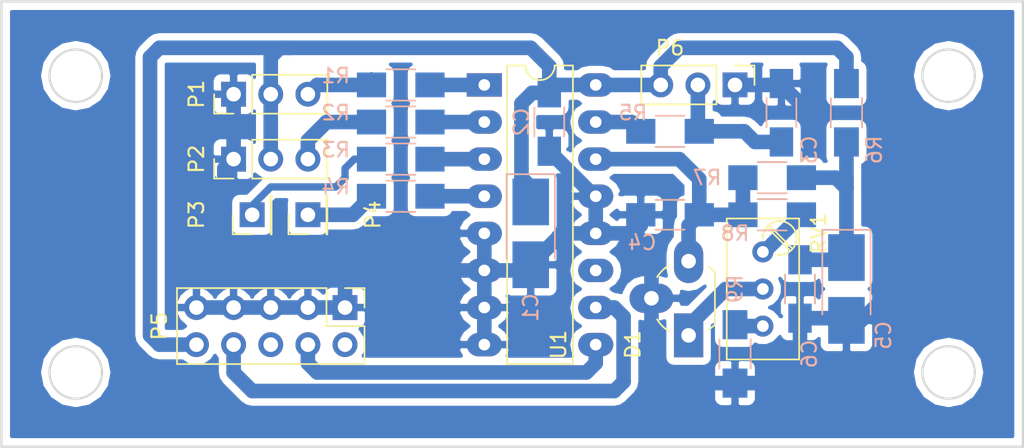
<source format=kicad_pcb>
(kicad_pcb (version 4) (host pcbnew 4.0.5)

  (general
    (links 51)
    (no_connects 0)
    (area 126.289999 64.059999 196.290001 94.690001)
    (thickness 1.6)
    (drawings 12)
    (tracks 134)
    (zones 0)
    (modules 24)
    (nets 20)
  )

  (page A4)
  (layers
    (0 F.Cu signal)
    (31 B.Cu signal)
    (32 B.Adhes user)
    (33 F.Adhes user)
    (34 B.Paste user)
    (35 F.Paste user)
    (36 B.SilkS user)
    (37 F.SilkS user)
    (38 B.Mask user)
    (39 F.Mask user)
    (40 Dwgs.User user)
    (41 Cmts.User user)
    (42 Eco1.User user)
    (43 Eco2.User user)
    (44 Edge.Cuts user)
    (45 Margin user)
    (46 B.CrtYd user)
    (47 F.CrtYd user)
    (48 B.Fab user)
    (49 F.Fab user)
  )

  (setup
    (last_trace_width 1)
    (user_trace_width 0.25)
    (user_trace_width 0.3)
    (user_trace_width 0.5)
    (user_trace_width 0.8)
    (user_trace_width 1)
    (trace_clearance 0.2)
    (zone_clearance 0.508)
    (zone_45_only no)
    (trace_min 0.2)
    (segment_width 0.2)
    (edge_width 0.15)
    (via_size 0.6)
    (via_drill 0.4)
    (via_min_size 0.4)
    (via_min_drill 0.3)
    (uvia_size 0.3)
    (uvia_drill 0.1)
    (uvias_allowed no)
    (uvia_min_size 0.2)
    (uvia_min_drill 0.1)
    (pcb_text_width 0.3)
    (pcb_text_size 1.5 1.5)
    (mod_edge_width 0.15)
    (mod_text_size 1 1)
    (mod_text_width 0.15)
    (pad_size 1.524 1.524)
    (pad_drill 0.762)
    (pad_to_mask_clearance 0.2)
    (aux_axis_origin 0 0)
    (grid_origin 192.405 76.835)
    (visible_elements 7FFFFFFF)
    (pcbplotparams
      (layerselection 0x00030_80000001)
      (usegerberextensions false)
      (excludeedgelayer true)
      (linewidth 0.100000)
      (plotframeref false)
      (viasonmask false)
      (mode 1)
      (useauxorigin false)
      (hpglpennumber 1)
      (hpglpenspeed 20)
      (hpglpendiameter 15)
      (hpglpenoverlay 2)
      (psnegative false)
      (psa4output false)
      (plotreference true)
      (plotvalue true)
      (plotinvisibletext false)
      (padsonsilk false)
      (subtractmaskfromsilk false)
      (outputformat 1)
      (mirror false)
      (drillshape 1)
      (scaleselection 1)
      (outputdirectory ""))
  )

  (net 0 "")
  (net 1 +5V)
  (net 2 GND)
  (net 3 "Net-(C3-Pad1)")
  (net 4 "Net-(C4-Pad1)")
  (net 5 "Net-(C5-Pad1)")
  (net 6 "Net-(D1-Pad1)")
  (net 7 "Net-(R1-Pad2)")
  (net 8 "Net-(R2-Pad2)")
  (net 9 "Net-(R3-Pad2)")
  (net 10 "Net-(R4-Pad2)")
  (net 11 "Net-(R5-Pad2)")
  (net 12 "Net-(R8-Pad1)")
  (net 13 "Net-(R9-Pad2)")
  (net 14 "Net-(P3-Pad1)")
  (net 15 "Net-(P4-Pad1)")
  (net 16 "Net-(P5-Pad4)")
  (net 17 "Net-(P5-Pad8)")
  (net 18 "Net-(P1-Pad3)")
  (net 19 "Net-(P2-Pad3)")

  (net_class Default "Это класс цепей по умолчанию."
    (clearance 0.2)
    (trace_width 0.25)
    (via_dia 0.6)
    (via_drill 0.4)
    (uvia_dia 0.3)
    (uvia_drill 0.1)
    (add_net +5V)
    (add_net GND)
    (add_net "Net-(C3-Pad1)")
    (add_net "Net-(C4-Pad1)")
    (add_net "Net-(C5-Pad1)")
    (add_net "Net-(D1-Pad1)")
    (add_net "Net-(P1-Pad3)")
    (add_net "Net-(P2-Pad3)")
    (add_net "Net-(P3-Pad1)")
    (add_net "Net-(P4-Pad1)")
    (add_net "Net-(P5-Pad4)")
    (add_net "Net-(P5-Pad8)")
    (add_net "Net-(R1-Pad2)")
    (add_net "Net-(R2-Pad2)")
    (add_net "Net-(R3-Pad2)")
    (add_net "Net-(R4-Pad2)")
    (add_net "Net-(R5-Pad2)")
    (add_net "Net-(R8-Pad1)")
    (add_net "Net-(R9-Pad2)")
  )

  (module Capacitors_Tantalum_SMD:CP_Tantalum_Case-B_EIA-3528-21_Hand (layer B.Cu) (tedit 5AC0F35F) (tstamp 5ABFB23E)
    (at 162.56 80.01 270)
    (descr "Tantalum capacitor, Case B, EIA 3528-21, 3.5x2.8x1.9mm, Hand soldering footprint")
    (tags "capacitor tantalum smd")
    (path /5ABF63CF)
    (attr smd)
    (fp_text reference C1 (at 5.08 0 270) (layer B.SilkS)
      (effects (font (size 1 1) (thickness 0.15)) (justify mirror))
    )
    (fp_text value 100,0 (at 0 -0.635 270) (layer B.Fab)
      (effects (font (size 1 1) (thickness 0.15)) (justify mirror))
    )
    (fp_text user %R (at 3.175 -2.54 270) (layer B.Fab)
      (effects (font (size 0.8 0.8) (thickness 0.12)) (justify mirror))
    )
    (fp_line (start -4.15 1.75) (end -4.15 -1.75) (layer B.CrtYd) (width 0.05))
    (fp_line (start -4.15 -1.75) (end 4.15 -1.75) (layer B.CrtYd) (width 0.05))
    (fp_line (start 4.15 -1.75) (end 4.15 1.75) (layer B.CrtYd) (width 0.05))
    (fp_line (start 4.15 1.75) (end -4.15 1.75) (layer B.CrtYd) (width 0.05))
    (fp_line (start -1.75 1.4) (end -1.75 -1.4) (layer B.Fab) (width 0.1))
    (fp_line (start -1.75 -1.4) (end 1.75 -1.4) (layer B.Fab) (width 0.1))
    (fp_line (start 1.75 -1.4) (end 1.75 1.4) (layer B.Fab) (width 0.1))
    (fp_line (start 1.75 1.4) (end -1.75 1.4) (layer B.Fab) (width 0.1))
    (fp_line (start -1.4 1.4) (end -1.4 -1.4) (layer B.Fab) (width 0.1))
    (fp_line (start -1.225 1.4) (end -1.225 -1.4) (layer B.Fab) (width 0.1))
    (fp_line (start -4.05 1.65) (end 1.75 1.65) (layer B.SilkS) (width 0.12))
    (fp_line (start -4.05 -1.65) (end 1.75 -1.65) (layer B.SilkS) (width 0.12))
    (fp_line (start -4.05 1.65) (end -4.05 -1.65) (layer B.SilkS) (width 0.12))
    (pad 1 smd rect (at -2.15 0 270) (size 3.2 2.5) (layers B.Cu B.Paste B.Mask)
      (net 1 +5V))
    (pad 2 smd rect (at 2.15 0 270) (size 3.2 2.5) (layers B.Cu B.Paste B.Mask)
      (net 2 GND))
    (model Capacitors_Tantalum_SMD.3dshapes/CP_Tantalum_Case-B_EIA-3528-21.wrl
      (at (xyz 0 0 0))
      (scale (xyz 1 1 1))
      (rotate (xyz 0 0 0))
    )
  )

  (module Capacitors_SMD:C_1206_HandSoldering (layer B.Cu) (tedit 5AC0F346) (tstamp 5ABFB244)
    (at 163.83 72.39 90)
    (descr "Capacitor SMD 1206, hand soldering")
    (tags "capacitor 1206")
    (path /5ABF6317)
    (attr smd)
    (fp_text reference C2 (at 0 -1.905 90) (layer B.SilkS)
      (effects (font (size 1 1) (thickness 0.15)) (justify mirror))
    )
    (fp_text value 0,15 (at -1.27 0 90) (layer B.Fab)
      (effects (font (size 1 1) (thickness 0.15)) (justify mirror))
    )
    (fp_text user %R (at 0 -1.905 90) (layer B.Fab)
      (effects (font (size 1 1) (thickness 0.15)) (justify mirror))
    )
    (fp_line (start -1.6 -0.8) (end -1.6 0.8) (layer B.Fab) (width 0.1))
    (fp_line (start 1.6 -0.8) (end -1.6 -0.8) (layer B.Fab) (width 0.1))
    (fp_line (start 1.6 0.8) (end 1.6 -0.8) (layer B.Fab) (width 0.1))
    (fp_line (start -1.6 0.8) (end 1.6 0.8) (layer B.Fab) (width 0.1))
    (fp_line (start 1 1.02) (end -1 1.02) (layer B.SilkS) (width 0.12))
    (fp_line (start -1 -1.02) (end 1 -1.02) (layer B.SilkS) (width 0.12))
    (fp_line (start -3.25 1.05) (end 3.25 1.05) (layer B.CrtYd) (width 0.05))
    (fp_line (start -3.25 1.05) (end -3.25 -1.05) (layer B.CrtYd) (width 0.05))
    (fp_line (start 3.25 -1.05) (end 3.25 1.05) (layer B.CrtYd) (width 0.05))
    (fp_line (start 3.25 -1.05) (end -3.25 -1.05) (layer B.CrtYd) (width 0.05))
    (pad 1 smd rect (at -2 0 90) (size 2 1.6) (layers B.Cu B.Paste B.Mask)
      (net 2 GND))
    (pad 2 smd rect (at 2 0 90) (size 2 1.6) (layers B.Cu B.Paste B.Mask)
      (net 1 +5V))
    (model Capacitors_SMD.3dshapes/C_1206.wrl
      (at (xyz 0 0 0))
      (scale (xyz 1 1 1))
      (rotate (xyz 0 0 0))
    )
  )

  (module Capacitors_SMD:C_1206_HandSoldering (layer B.Cu) (tedit 5AC0F146) (tstamp 5ABFB24A)
    (at 179.705 71.755 90)
    (descr "Capacitor SMD 1206, hand soldering")
    (tags "capacitor 1206")
    (path /5ABFBD91)
    (attr smd)
    (fp_text reference C3 (at -2.54 1.905 90) (layer B.SilkS)
      (effects (font (size 1 1) (thickness 0.15)) (justify mirror))
    )
    (fp_text value 0,15 (at 0 -2 90) (layer B.Fab)
      (effects (font (size 1 1) (thickness 0.15)) (justify mirror))
    )
    (fp_text user %R (at -2.54 1.905 90) (layer B.Fab)
      (effects (font (size 1 1) (thickness 0.15)) (justify mirror))
    )
    (fp_line (start -1.6 -0.8) (end -1.6 0.8) (layer B.Fab) (width 0.1))
    (fp_line (start 1.6 -0.8) (end -1.6 -0.8) (layer B.Fab) (width 0.1))
    (fp_line (start 1.6 0.8) (end 1.6 -0.8) (layer B.Fab) (width 0.1))
    (fp_line (start -1.6 0.8) (end 1.6 0.8) (layer B.Fab) (width 0.1))
    (fp_line (start 1 1.02) (end -1 1.02) (layer B.SilkS) (width 0.12))
    (fp_line (start -1 -1.02) (end 1 -1.02) (layer B.SilkS) (width 0.12))
    (fp_line (start -3.25 1.05) (end 3.25 1.05) (layer B.CrtYd) (width 0.05))
    (fp_line (start -3.25 1.05) (end -3.25 -1.05) (layer B.CrtYd) (width 0.05))
    (fp_line (start 3.25 -1.05) (end 3.25 1.05) (layer B.CrtYd) (width 0.05))
    (fp_line (start 3.25 -1.05) (end -3.25 -1.05) (layer B.CrtYd) (width 0.05))
    (pad 1 smd rect (at -2 0 90) (size 2 1.6) (layers B.Cu B.Paste B.Mask)
      (net 3 "Net-(C3-Pad1)"))
    (pad 2 smd rect (at 2 0 90) (size 2 1.6) (layers B.Cu B.Paste B.Mask)
      (net 2 GND))
    (model Capacitors_SMD.3dshapes/C_1206.wrl
      (at (xyz 0 0 0))
      (scale (xyz 1 1 1))
      (rotate (xyz 0 0 0))
    )
  )

  (module Capacitors_SMD:C_1206_HandSoldering (layer B.Cu) (tedit 5AC0F184) (tstamp 5ABFB250)
    (at 172.085 78.74 180)
    (descr "Capacitor SMD 1206, hand soldering")
    (tags "capacitor 1206")
    (path /5ABF62B3)
    (attr smd)
    (fp_text reference C4 (at 1.905 -1.905 180) (layer B.SilkS)
      (effects (font (size 1 1) (thickness 0.15)) (justify mirror))
    )
    (fp_text value 2200 (at 1.27 1.905 180) (layer B.Fab)
      (effects (font (size 1 1) (thickness 0.15)) (justify mirror))
    )
    (fp_text user %R (at 1.905 -1.905 180) (layer B.Fab)
      (effects (font (size 1 1) (thickness 0.15)) (justify mirror))
    )
    (fp_line (start -1.6 -0.8) (end -1.6 0.8) (layer B.Fab) (width 0.1))
    (fp_line (start 1.6 -0.8) (end -1.6 -0.8) (layer B.Fab) (width 0.1))
    (fp_line (start 1.6 0.8) (end 1.6 -0.8) (layer B.Fab) (width 0.1))
    (fp_line (start -1.6 0.8) (end 1.6 0.8) (layer B.Fab) (width 0.1))
    (fp_line (start 1 1.02) (end -1 1.02) (layer B.SilkS) (width 0.12))
    (fp_line (start -1 -1.02) (end 1 -1.02) (layer B.SilkS) (width 0.12))
    (fp_line (start -3.25 1.05) (end 3.25 1.05) (layer B.CrtYd) (width 0.05))
    (fp_line (start -3.25 1.05) (end -3.25 -1.05) (layer B.CrtYd) (width 0.05))
    (fp_line (start 3.25 -1.05) (end 3.25 1.05) (layer B.CrtYd) (width 0.05))
    (fp_line (start 3.25 -1.05) (end -3.25 -1.05) (layer B.CrtYd) (width 0.05))
    (pad 1 smd rect (at -2 0 180) (size 2 1.6) (layers B.Cu B.Paste B.Mask)
      (net 4 "Net-(C4-Pad1)"))
    (pad 2 smd rect (at 2 0 180) (size 2 1.6) (layers B.Cu B.Paste B.Mask)
      (net 2 GND))
    (model Capacitors_SMD.3dshapes/C_1206.wrl
      (at (xyz 0 0 0))
      (scale (xyz 1 1 1))
      (rotate (xyz 0 0 0))
    )
  )

  (module Capacitors_Tantalum_SMD:CP_Tantalum_Case-B_EIA-3528-21_Hand (layer B.Cu) (tedit 5AC0F1AB) (tstamp 5ABFB256)
    (at 184.15 83.82 270)
    (descr "Tantalum capacitor, Case B, EIA 3528-21, 3.5x2.8x1.9mm, Hand soldering footprint")
    (tags "capacitor tantalum smd")
    (path /5ABF6847)
    (attr smd)
    (fp_text reference C5 (at 3.175 -2.54 270) (layer B.SilkS)
      (effects (font (size 1 1) (thickness 0.15)) (justify mirror))
    )
    (fp_text value 220,0 (at -13.335 -1.905 270) (layer B.Fab)
      (effects (font (size 1 1) (thickness 0.15)) (justify mirror))
    )
    (fp_text user %R (at 0 0 270) (layer B.Fab)
      (effects (font (size 0.8 0.8) (thickness 0.12)) (justify mirror))
    )
    (fp_line (start -4.15 1.75) (end -4.15 -1.75) (layer B.CrtYd) (width 0.05))
    (fp_line (start -4.15 -1.75) (end 4.15 -1.75) (layer B.CrtYd) (width 0.05))
    (fp_line (start 4.15 -1.75) (end 4.15 1.75) (layer B.CrtYd) (width 0.05))
    (fp_line (start 4.15 1.75) (end -4.15 1.75) (layer B.CrtYd) (width 0.05))
    (fp_line (start -1.75 1.4) (end -1.75 -1.4) (layer B.Fab) (width 0.1))
    (fp_line (start -1.75 -1.4) (end 1.75 -1.4) (layer B.Fab) (width 0.1))
    (fp_line (start 1.75 -1.4) (end 1.75 1.4) (layer B.Fab) (width 0.1))
    (fp_line (start 1.75 1.4) (end -1.75 1.4) (layer B.Fab) (width 0.1))
    (fp_line (start -1.4 1.4) (end -1.4 -1.4) (layer B.Fab) (width 0.1))
    (fp_line (start -1.225 1.4) (end -1.225 -1.4) (layer B.Fab) (width 0.1))
    (fp_line (start -4.05 1.65) (end 1.75 1.65) (layer B.SilkS) (width 0.12))
    (fp_line (start -4.05 -1.65) (end 1.75 -1.65) (layer B.SilkS) (width 0.12))
    (fp_line (start -4.05 1.65) (end -4.05 -1.65) (layer B.SilkS) (width 0.12))
    (pad 1 smd rect (at -2.15 0 270) (size 3.2 2.5) (layers B.Cu B.Paste B.Mask)
      (net 5 "Net-(C5-Pad1)"))
    (pad 2 smd rect (at 2.15 0 270) (size 3.2 2.5) (layers B.Cu B.Paste B.Mask)
      (net 2 GND))
    (model Capacitors_Tantalum_SMD.3dshapes/CP_Tantalum_Case-B_EIA-3528-21.wrl
      (at (xyz 0 0 0))
      (scale (xyz 1 1 1))
      (rotate (xyz 0 0 0))
    )
  )

  (module Capacitors_SMD:C_1206_HandSoldering (layer B.Cu) (tedit 5AC0F1D7) (tstamp 5ABFB25C)
    (at 180.975 83.82 90)
    (descr "Capacitor SMD 1206, hand soldering")
    (tags "capacitor 1206")
    (path /5ABF68DC)
    (attr smd)
    (fp_text reference C6 (at -4.445 0.635 90) (layer B.SilkS)
      (effects (font (size 1 1) (thickness 0.15)) (justify mirror))
    )
    (fp_text value 0,15 (at -7.62 0.635 90) (layer B.Fab)
      (effects (font (size 1 1) (thickness 0.15)) (justify mirror))
    )
    (fp_text user %R (at -4.445 0.635 90) (layer B.Fab)
      (effects (font (size 1 1) (thickness 0.15)) (justify mirror))
    )
    (fp_line (start -1.6 -0.8) (end -1.6 0.8) (layer B.Fab) (width 0.1))
    (fp_line (start 1.6 -0.8) (end -1.6 -0.8) (layer B.Fab) (width 0.1))
    (fp_line (start 1.6 0.8) (end 1.6 -0.8) (layer B.Fab) (width 0.1))
    (fp_line (start -1.6 0.8) (end 1.6 0.8) (layer B.Fab) (width 0.1))
    (fp_line (start 1 1.02) (end -1 1.02) (layer B.SilkS) (width 0.12))
    (fp_line (start -1 -1.02) (end 1 -1.02) (layer B.SilkS) (width 0.12))
    (fp_line (start -3.25 1.05) (end 3.25 1.05) (layer B.CrtYd) (width 0.05))
    (fp_line (start -3.25 1.05) (end -3.25 -1.05) (layer B.CrtYd) (width 0.05))
    (fp_line (start 3.25 -1.05) (end 3.25 1.05) (layer B.CrtYd) (width 0.05))
    (fp_line (start 3.25 -1.05) (end -3.25 -1.05) (layer B.CrtYd) (width 0.05))
    (pad 1 smd rect (at -2 0 90) (size 2 1.6) (layers B.Cu B.Paste B.Mask)
      (net 2 GND))
    (pad 2 smd rect (at 2 0 90) (size 2 1.6) (layers B.Cu B.Paste B.Mask)
      (net 5 "Net-(C5-Pad1)"))
    (model Capacitors_SMD.3dshapes/C_1206.wrl
      (at (xyz 0 0 0))
      (scale (xyz 1 1 1))
      (rotate (xyz 0 0 0))
    )
  )

  (module TO_SOT_Packages_THT:TO-92_Rugged (layer F.Cu) (tedit 5AC0F207) (tstamp 5ABFB263)
    (at 173.355 86.995 90)
    (descr "TO-92 rugged, leads molded, wide, drill 1mm (see NXP sot054_po.pdf)")
    (tags "to-92 sc-43 sc-43a sot54 PA33 transistor")
    (path /5ABFA841)
    (fp_text reference D1 (at -0.635 -3.81 90) (layer F.SilkS)
      (effects (font (size 1 1) (thickness 0.15)))
    )
    (fp_text value TL431LP (at 2.54 1.27 90) (layer F.Fab)
      (effects (font (size 1 1) (thickness 0.15)))
    )
    (fp_text user %R (at -0.635 -3.81 90) (layer F.Fab)
      (effects (font (size 1 1) (thickness 0.15)))
    )
    (fp_line (start 0.84 1.8) (end 4.24 1.8) (layer F.SilkS) (width 0.12))
    (fp_line (start 0.8 1.75) (end 4.3 1.75) (layer F.Fab) (width 0.1))
    (fp_line (start 0.8 1.75) (end 4.3 1.75) (layer F.Fab) (width 0.1))
    (fp_line (start -1.75 -4.29) (end 6.83 -4.29) (layer F.CrtYd) (width 0.05))
    (fp_line (start -1.75 -4.29) (end -1.75 2.01) (layer F.CrtYd) (width 0.05))
    (fp_line (start 6.83 2.01) (end 6.83 -4.29) (layer F.CrtYd) (width 0.05))
    (fp_line (start 6.83 2.01) (end -1.75 2.01) (layer F.CrtYd) (width 0.05))
    (fp_arc (start 2.34 -0.1) (end 0.29 -1.35) (angle 27.25) (layer F.SilkS) (width 0.12))
    (fp_arc (start 2.74 -0.1) (end 4.79 -1.35) (angle -27.25) (layer F.SilkS) (width 0.12))
    (fp_arc (start 2.44 0.1) (end 0.74 1.8) (angle 12.99) (layer F.SilkS) (width 0.12))
    (fp_arc (start 2.64 0.1) (end 4.34 1.8) (angle -12.99) (layer F.SilkS) (width 0.12))
    (fp_arc (start 2.54 0) (end 2.54 -2.48) (angle 135) (layer F.Fab) (width 0.1))
    (fp_arc (start 2.54 0) (end 2.54 -2.48) (angle -135) (layer F.Fab) (width 0.1))
    (pad 2 thru_hole oval (at 2.54 -2.54 180) (size 3 2) (drill 1) (layers *.Cu *.Mask)
      (net 2 GND))
    (pad 1 thru_hole rect (at 0 0 180) (size 2 3) (drill 1) (layers *.Cu *.Mask)
      (net 6 "Net-(D1-Pad1)"))
    (pad 3 thru_hole oval (at 5.08 0 180) (size 2 3) (drill 1) (layers *.Cu *.Mask)
      (net 4 "Net-(C4-Pad1)"))
    (model ${KISYS3DMOD}/TO_SOT_Packages_THT.3dshapes/TO-92_Rugged.wrl
      (at (xyz 0.1 0 0))
      (scale (xyz 1 1 1))
      (rotate (xyz 0 0 -90))
    )
  )

  (module Pin_Headers:Pin_Header_Straight_1x03_Pitch2.54mm (layer F.Cu) (tedit 5AC0F244) (tstamp 5ABFB26A)
    (at 142.24 70.485 90)
    (descr "Through hole straight pin header, 1x03, 2.54mm pitch, single row")
    (tags "Through hole pin header THT 1x03 2.54mm single row")
    (path /5ABFB7EC)
    (fp_text reference P1 (at 0 -2.54 90) (layer F.SilkS)
      (effects (font (size 1 1) (thickness 0.15)))
    )
    (fp_text value Ai0 (at 0 7.62 90) (layer F.Fab)
      (effects (font (size 1 1) (thickness 0.15)))
    )
    (fp_line (start -0.635 -1.27) (end 1.27 -1.27) (layer F.Fab) (width 0.1))
    (fp_line (start 1.27 -1.27) (end 1.27 6.35) (layer F.Fab) (width 0.1))
    (fp_line (start 1.27 6.35) (end -1.27 6.35) (layer F.Fab) (width 0.1))
    (fp_line (start -1.27 6.35) (end -1.27 -0.635) (layer F.Fab) (width 0.1))
    (fp_line (start -1.27 -0.635) (end -0.635 -1.27) (layer F.Fab) (width 0.1))
    (fp_line (start -1.33 6.41) (end 1.33 6.41) (layer F.SilkS) (width 0.12))
    (fp_line (start -1.33 1.27) (end -1.33 6.41) (layer F.SilkS) (width 0.12))
    (fp_line (start 1.33 1.27) (end 1.33 6.41) (layer F.SilkS) (width 0.12))
    (fp_line (start -1.33 1.27) (end 1.33 1.27) (layer F.SilkS) (width 0.12))
    (fp_line (start -1.33 0) (end -1.33 -1.33) (layer F.SilkS) (width 0.12))
    (fp_line (start -1.33 -1.33) (end 0 -1.33) (layer F.SilkS) (width 0.12))
    (fp_line (start -1.8 -1.8) (end -1.8 6.85) (layer F.CrtYd) (width 0.05))
    (fp_line (start -1.8 6.85) (end 1.8 6.85) (layer F.CrtYd) (width 0.05))
    (fp_line (start 1.8 6.85) (end 1.8 -1.8) (layer F.CrtYd) (width 0.05))
    (fp_line (start 1.8 -1.8) (end -1.8 -1.8) (layer F.CrtYd) (width 0.05))
    (fp_text user %R (at 0 -2.54 270) (layer F.Fab)
      (effects (font (size 1 1) (thickness 0.15)))
    )
    (pad 1 thru_hole rect (at 0 0 90) (size 1.7 1.7) (drill 1) (layers *.Cu *.Mask)
      (net 2 GND))
    (pad 2 thru_hole oval (at 0 2.54 90) (size 1.7 1.7) (drill 1) (layers *.Cu *.Mask)
      (net 1 +5V))
    (pad 3 thru_hole oval (at 0 5.08 90) (size 1.7 1.7) (drill 1) (layers *.Cu *.Mask)
      (net 18 "Net-(P1-Pad3)"))
    (model ${KISYS3DMOD}/Pin_Headers.3dshapes/Pin_Header_Straight_1x03_Pitch2.54mm.wrl
      (at (xyz 0 0 0))
      (scale (xyz 1 1 1))
      (rotate (xyz 0 0 0))
    )
  )

  (module Pin_Headers:Pin_Header_Straight_1x03_Pitch2.54mm (layer F.Cu) (tedit 5AC0F23D) (tstamp 5ABFB271)
    (at 142.24 74.93 90)
    (descr "Through hole straight pin header, 1x03, 2.54mm pitch, single row")
    (tags "Through hole pin header THT 1x03 2.54mm single row")
    (path /5ABFB796)
    (fp_text reference P2 (at 0 -2.54 90) (layer F.SilkS)
      (effects (font (size 1 1) (thickness 0.15)))
    )
    (fp_text value Ai1 (at 0 7.62 90) (layer F.Fab)
      (effects (font (size 1 1) (thickness 0.15)))
    )
    (fp_line (start -0.635 -1.27) (end 1.27 -1.27) (layer F.Fab) (width 0.1))
    (fp_line (start 1.27 -1.27) (end 1.27 6.35) (layer F.Fab) (width 0.1))
    (fp_line (start 1.27 6.35) (end -1.27 6.35) (layer F.Fab) (width 0.1))
    (fp_line (start -1.27 6.35) (end -1.27 -0.635) (layer F.Fab) (width 0.1))
    (fp_line (start -1.27 -0.635) (end -0.635 -1.27) (layer F.Fab) (width 0.1))
    (fp_line (start -1.33 6.41) (end 1.33 6.41) (layer F.SilkS) (width 0.12))
    (fp_line (start -1.33 1.27) (end -1.33 6.41) (layer F.SilkS) (width 0.12))
    (fp_line (start 1.33 1.27) (end 1.33 6.41) (layer F.SilkS) (width 0.12))
    (fp_line (start -1.33 1.27) (end 1.33 1.27) (layer F.SilkS) (width 0.12))
    (fp_line (start -1.33 0) (end -1.33 -1.33) (layer F.SilkS) (width 0.12))
    (fp_line (start -1.33 -1.33) (end 0 -1.33) (layer F.SilkS) (width 0.12))
    (fp_line (start -1.8 -1.8) (end -1.8 6.85) (layer F.CrtYd) (width 0.05))
    (fp_line (start -1.8 6.85) (end 1.8 6.85) (layer F.CrtYd) (width 0.05))
    (fp_line (start 1.8 6.85) (end 1.8 -1.8) (layer F.CrtYd) (width 0.05))
    (fp_line (start 1.8 -1.8) (end -1.8 -1.8) (layer F.CrtYd) (width 0.05))
    (fp_text user %R (at 0 -2.54 270) (layer F.Fab)
      (effects (font (size 1 1) (thickness 0.15)))
    )
    (pad 1 thru_hole rect (at 0 0 90) (size 1.7 1.7) (drill 1) (layers *.Cu *.Mask)
      (net 2 GND))
    (pad 2 thru_hole oval (at 0 2.54 90) (size 1.7 1.7) (drill 1) (layers *.Cu *.Mask)
      (net 1 +5V))
    (pad 3 thru_hole oval (at 0 5.08 90) (size 1.7 1.7) (drill 1) (layers *.Cu *.Mask)
      (net 19 "Net-(P2-Pad3)"))
    (model ${KISYS3DMOD}/Pin_Headers.3dshapes/Pin_Header_Straight_1x03_Pitch2.54mm.wrl
      (at (xyz 0 0 0))
      (scale (xyz 1 1 1))
      (rotate (xyz 0 0 0))
    )
  )

  (module Pin_Headers:Pin_Header_Straight_2x05_Pitch2.54mm (layer F.Cu) (tedit 5AC0F30E) (tstamp 5ABFB28D)
    (at 149.86 85.09 270)
    (descr "Through hole straight pin header, 2x05, 2.54mm pitch, double rows")
    (tags "Through hole pin header THT 2x05 2.54mm double row")
    (path /5ABF64EA)
    (fp_text reference P5 (at 1.27 12.7 270) (layer F.SilkS)
      (effects (font (size 1 1) (thickness 0.15)))
    )
    (fp_text value Bus (at 5.08 0.635 360) (layer F.Fab)
      (effects (font (size 1 1) (thickness 0.15)))
    )
    (fp_line (start 0 -1.27) (end 3.81 -1.27) (layer F.Fab) (width 0.1))
    (fp_line (start 3.81 -1.27) (end 3.81 11.43) (layer F.Fab) (width 0.1))
    (fp_line (start 3.81 11.43) (end -1.27 11.43) (layer F.Fab) (width 0.1))
    (fp_line (start -1.27 11.43) (end -1.27 0) (layer F.Fab) (width 0.1))
    (fp_line (start -1.27 0) (end 0 -1.27) (layer F.Fab) (width 0.1))
    (fp_line (start -1.33 11.49) (end 3.87 11.49) (layer F.SilkS) (width 0.12))
    (fp_line (start -1.33 1.27) (end -1.33 11.49) (layer F.SilkS) (width 0.12))
    (fp_line (start 3.87 -1.33) (end 3.87 11.49) (layer F.SilkS) (width 0.12))
    (fp_line (start -1.33 1.27) (end 1.27 1.27) (layer F.SilkS) (width 0.12))
    (fp_line (start 1.27 1.27) (end 1.27 -1.33) (layer F.SilkS) (width 0.12))
    (fp_line (start 1.27 -1.33) (end 3.87 -1.33) (layer F.SilkS) (width 0.12))
    (fp_line (start -1.33 0) (end -1.33 -1.33) (layer F.SilkS) (width 0.12))
    (fp_line (start -1.33 -1.33) (end 0 -1.33) (layer F.SilkS) (width 0.12))
    (fp_line (start -1.8 -1.8) (end -1.8 11.95) (layer F.CrtYd) (width 0.05))
    (fp_line (start -1.8 11.95) (end 4.35 11.95) (layer F.CrtYd) (width 0.05))
    (fp_line (start 4.35 11.95) (end 4.35 -1.8) (layer F.CrtYd) (width 0.05))
    (fp_line (start 4.35 -1.8) (end -1.8 -1.8) (layer F.CrtYd) (width 0.05))
    (fp_text user %R (at 1.27 12.7 270) (layer F.Fab)
      (effects (font (size 1 1) (thickness 0.15)))
    )
    (pad 1 thru_hole rect (at 0 0 270) (size 1.7 1.7) (drill 1) (layers *.Cu *.Mask)
      (net 2 GND))
    (pad 2 thru_hole oval (at 2.54 0 270) (size 1.7 1.7) (drill 1) (layers *.Cu *.Mask))
    (pad 3 thru_hole oval (at 0 2.54 270) (size 1.7 1.7) (drill 1) (layers *.Cu *.Mask)
      (net 2 GND))
    (pad 4 thru_hole oval (at 2.54 2.54 270) (size 1.7 1.7) (drill 1) (layers *.Cu *.Mask)
      (net 16 "Net-(P5-Pad4)"))
    (pad 5 thru_hole oval (at 0 5.08 270) (size 1.7 1.7) (drill 1) (layers *.Cu *.Mask)
      (net 2 GND))
    (pad 6 thru_hole oval (at 2.54 5.08 270) (size 1.7 1.7) (drill 1) (layers *.Cu *.Mask))
    (pad 7 thru_hole oval (at 0 7.62 270) (size 1.7 1.7) (drill 1) (layers *.Cu *.Mask)
      (net 2 GND))
    (pad 8 thru_hole oval (at 2.54 7.62 270) (size 1.7 1.7) (drill 1) (layers *.Cu *.Mask)
      (net 17 "Net-(P5-Pad8)"))
    (pad 9 thru_hole oval (at 0 10.16 270) (size 1.7 1.7) (drill 1) (layers *.Cu *.Mask)
      (net 2 GND))
    (pad 10 thru_hole oval (at 2.54 10.16 270) (size 1.7 1.7) (drill 1) (layers *.Cu *.Mask)
      (net 1 +5V))
    (model ${KISYS3DMOD}/Pin_Headers.3dshapes/Pin_Header_Straight_2x05_Pitch2.54mm.wrl
      (at (xyz 0 0 0))
      (scale (xyz 1 1 1))
      (rotate (xyz 0 0 0))
    )
  )

  (module Pin_Headers:Pin_Header_Straight_1x03_Pitch2.54mm (layer F.Cu) (tedit 5AC0F325) (tstamp 5ABFB294)
    (at 176.53 69.85 270)
    (descr "Through hole straight pin header, 1x03, 2.54mm pitch, single row")
    (tags "Through hole pin header THT 1x03 2.54mm single row")
    (path /5ABFBB41)
    (fp_text reference P6 (at -2.54 4.445 360) (layer F.SilkS)
      (effects (font (size 1 1) (thickness 0.15)))
    )
    (fp_text value AOut (at -2.54 0.635 360) (layer F.Fab)
      (effects (font (size 1 1) (thickness 0.15)))
    )
    (fp_line (start -0.635 -1.27) (end 1.27 -1.27) (layer F.Fab) (width 0.1))
    (fp_line (start 1.27 -1.27) (end 1.27 6.35) (layer F.Fab) (width 0.1))
    (fp_line (start 1.27 6.35) (end -1.27 6.35) (layer F.Fab) (width 0.1))
    (fp_line (start -1.27 6.35) (end -1.27 -0.635) (layer F.Fab) (width 0.1))
    (fp_line (start -1.27 -0.635) (end -0.635 -1.27) (layer F.Fab) (width 0.1))
    (fp_line (start -1.33 6.41) (end 1.33 6.41) (layer F.SilkS) (width 0.12))
    (fp_line (start -1.33 1.27) (end -1.33 6.41) (layer F.SilkS) (width 0.12))
    (fp_line (start 1.33 1.27) (end 1.33 6.41) (layer F.SilkS) (width 0.12))
    (fp_line (start -1.33 1.27) (end 1.33 1.27) (layer F.SilkS) (width 0.12))
    (fp_line (start -1.33 0) (end -1.33 -1.33) (layer F.SilkS) (width 0.12))
    (fp_line (start -1.33 -1.33) (end 0 -1.33) (layer F.SilkS) (width 0.12))
    (fp_line (start -1.8 -1.8) (end -1.8 6.85) (layer F.CrtYd) (width 0.05))
    (fp_line (start -1.8 6.85) (end 1.8 6.85) (layer F.CrtYd) (width 0.05))
    (fp_line (start 1.8 6.85) (end 1.8 -1.8) (layer F.CrtYd) (width 0.05))
    (fp_line (start 1.8 -1.8) (end -1.8 -1.8) (layer F.CrtYd) (width 0.05))
    (fp_text user %R (at -2.54 4.445 360) (layer F.Fab)
      (effects (font (size 1 1) (thickness 0.15)))
    )
    (pad 1 thru_hole rect (at 0 0 270) (size 1.7 1.7) (drill 1) (layers *.Cu *.Mask)
      (net 2 GND))
    (pad 2 thru_hole oval (at 0 2.54 270) (size 1.7 1.7) (drill 1) (layers *.Cu *.Mask)
      (net 3 "Net-(C3-Pad1)"))
    (pad 3 thru_hole oval (at 0 5.08 270) (size 1.7 1.7) (drill 1) (layers *.Cu *.Mask)
      (net 1 +5V))
    (model ${KISYS3DMOD}/Pin_Headers.3dshapes/Pin_Header_Straight_1x03_Pitch2.54mm.wrl
      (at (xyz 0 0 0))
      (scale (xyz 1 1 1))
      (rotate (xyz 0 0 0))
    )
  )

  (module Resistors_SMD:R_1206_HandSoldering (layer B.Cu) (tedit 5AC0F0F4) (tstamp 5ABFB29A)
    (at 153.67 69.85)
    (descr "Resistor SMD 1206, hand soldering")
    (tags "resistor 1206")
    (path /5ABFB27E)
    (attr smd)
    (fp_text reference R1 (at -4.445 -0.635) (layer B.SilkS)
      (effects (font (size 1 1) (thickness 0.15)) (justify mirror))
    )
    (fp_text value 1k (at 0 0) (layer B.Fab)
      (effects (font (size 1 1) (thickness 0.15)) (justify mirror))
    )
    (fp_text user %R (at 3.175 -0.635) (layer B.Fab)
      (effects (font (size 0.7 0.7) (thickness 0.105)) (justify mirror))
    )
    (fp_line (start -1.6 -0.8) (end -1.6 0.8) (layer B.Fab) (width 0.1))
    (fp_line (start 1.6 -0.8) (end -1.6 -0.8) (layer B.Fab) (width 0.1))
    (fp_line (start 1.6 0.8) (end 1.6 -0.8) (layer B.Fab) (width 0.1))
    (fp_line (start -1.6 0.8) (end 1.6 0.8) (layer B.Fab) (width 0.1))
    (fp_line (start 1 -1.07) (end -1 -1.07) (layer B.SilkS) (width 0.12))
    (fp_line (start -1 1.07) (end 1 1.07) (layer B.SilkS) (width 0.12))
    (fp_line (start -3.25 1.11) (end 3.25 1.11) (layer B.CrtYd) (width 0.05))
    (fp_line (start -3.25 1.11) (end -3.25 -1.1) (layer B.CrtYd) (width 0.05))
    (fp_line (start 3.25 -1.1) (end 3.25 1.11) (layer B.CrtYd) (width 0.05))
    (fp_line (start 3.25 -1.1) (end -3.25 -1.1) (layer B.CrtYd) (width 0.05))
    (pad 1 smd rect (at -2 0) (size 2 1.7) (layers B.Cu B.Paste B.Mask)
      (net 18 "Net-(P1-Pad3)"))
    (pad 2 smd rect (at 2 0) (size 2 1.7) (layers B.Cu B.Paste B.Mask)
      (net 7 "Net-(R1-Pad2)"))
    (model ${KISYS3DMOD}/Resistors_SMD.3dshapes/R_1206.wrl
      (at (xyz 0 0 0))
      (scale (xyz 1 1 1))
      (rotate (xyz 0 0 0))
    )
  )

  (module Resistors_SMD:R_1206_HandSoldering (layer B.Cu) (tedit 5AC0F0F9) (tstamp 5ABFB2A0)
    (at 153.67 72.39)
    (descr "Resistor SMD 1206, hand soldering")
    (tags "resistor 1206")
    (path /5ABFB39D)
    (attr smd)
    (fp_text reference R2 (at -4.445 -0.635) (layer B.SilkS)
      (effects (font (size 1 1) (thickness 0.15)) (justify mirror))
    )
    (fp_text value 1k (at 0 0) (layer B.Fab)
      (effects (font (size 1 1) (thickness 0.15)) (justify mirror))
    )
    (fp_text user %R (at 3.175 -0.635) (layer B.Fab)
      (effects (font (size 0.7 0.7) (thickness 0.105)) (justify mirror))
    )
    (fp_line (start -1.6 -0.8) (end -1.6 0.8) (layer B.Fab) (width 0.1))
    (fp_line (start 1.6 -0.8) (end -1.6 -0.8) (layer B.Fab) (width 0.1))
    (fp_line (start 1.6 0.8) (end 1.6 -0.8) (layer B.Fab) (width 0.1))
    (fp_line (start -1.6 0.8) (end 1.6 0.8) (layer B.Fab) (width 0.1))
    (fp_line (start 1 -1.07) (end -1 -1.07) (layer B.SilkS) (width 0.12))
    (fp_line (start -1 1.07) (end 1 1.07) (layer B.SilkS) (width 0.12))
    (fp_line (start -3.25 1.11) (end 3.25 1.11) (layer B.CrtYd) (width 0.05))
    (fp_line (start -3.25 1.11) (end -3.25 -1.1) (layer B.CrtYd) (width 0.05))
    (fp_line (start 3.25 -1.1) (end 3.25 1.11) (layer B.CrtYd) (width 0.05))
    (fp_line (start 3.25 -1.1) (end -3.25 -1.1) (layer B.CrtYd) (width 0.05))
    (pad 1 smd rect (at -2 0) (size 2 1.7) (layers B.Cu B.Paste B.Mask)
      (net 19 "Net-(P2-Pad3)"))
    (pad 2 smd rect (at 2 0) (size 2 1.7) (layers B.Cu B.Paste B.Mask)
      (net 8 "Net-(R2-Pad2)"))
    (model ${KISYS3DMOD}/Resistors_SMD.3dshapes/R_1206.wrl
      (at (xyz 0 0 0))
      (scale (xyz 1 1 1))
      (rotate (xyz 0 0 0))
    )
  )

  (module Resistors_SMD:R_1206_HandSoldering (layer B.Cu) (tedit 5AC0F0FD) (tstamp 5ABFB2A6)
    (at 153.67 74.93)
    (descr "Resistor SMD 1206, hand soldering")
    (tags "resistor 1206")
    (path /5ABFB3DC)
    (attr smd)
    (fp_text reference R3 (at -4.445 -0.635) (layer B.SilkS)
      (effects (font (size 1 1) (thickness 0.15)) (justify mirror))
    )
    (fp_text value 1k (at 0 0) (layer B.Fab)
      (effects (font (size 1 1) (thickness 0.15)) (justify mirror))
    )
    (fp_text user %R (at 3.175 -0.635) (layer B.Fab)
      (effects (font (size 0.7 0.7) (thickness 0.105)) (justify mirror))
    )
    (fp_line (start -1.6 -0.8) (end -1.6 0.8) (layer B.Fab) (width 0.1))
    (fp_line (start 1.6 -0.8) (end -1.6 -0.8) (layer B.Fab) (width 0.1))
    (fp_line (start 1.6 0.8) (end 1.6 -0.8) (layer B.Fab) (width 0.1))
    (fp_line (start -1.6 0.8) (end 1.6 0.8) (layer B.Fab) (width 0.1))
    (fp_line (start 1 -1.07) (end -1 -1.07) (layer B.SilkS) (width 0.12))
    (fp_line (start -1 1.07) (end 1 1.07) (layer B.SilkS) (width 0.12))
    (fp_line (start -3.25 1.11) (end 3.25 1.11) (layer B.CrtYd) (width 0.05))
    (fp_line (start -3.25 1.11) (end -3.25 -1.1) (layer B.CrtYd) (width 0.05))
    (fp_line (start 3.25 -1.1) (end 3.25 1.11) (layer B.CrtYd) (width 0.05))
    (fp_line (start 3.25 -1.1) (end -3.25 -1.1) (layer B.CrtYd) (width 0.05))
    (pad 1 smd rect (at -2 0) (size 2 1.7) (layers B.Cu B.Paste B.Mask)
      (net 14 "Net-(P3-Pad1)"))
    (pad 2 smd rect (at 2 0) (size 2 1.7) (layers B.Cu B.Paste B.Mask)
      (net 9 "Net-(R3-Pad2)"))
    (model ${KISYS3DMOD}/Resistors_SMD.3dshapes/R_1206.wrl
      (at (xyz 0 0 0))
      (scale (xyz 1 1 1))
      (rotate (xyz 0 0 0))
    )
  )

  (module Resistors_SMD:R_1206_HandSoldering (layer B.Cu) (tedit 5AC0F102) (tstamp 5ABFB2AC)
    (at 153.67 77.47)
    (descr "Resistor SMD 1206, hand soldering")
    (tags "resistor 1206")
    (path /5ABFB41C)
    (attr smd)
    (fp_text reference R4 (at -4.445 -0.635) (layer B.SilkS)
      (effects (font (size 1 1) (thickness 0.15)) (justify mirror))
    )
    (fp_text value 1k (at 0 0) (layer B.Fab)
      (effects (font (size 1 1) (thickness 0.15)) (justify mirror))
    )
    (fp_text user %R (at 3.175 -0.635) (layer B.Fab)
      (effects (font (size 0.7 0.7) (thickness 0.105)) (justify mirror))
    )
    (fp_line (start -1.6 -0.8) (end -1.6 0.8) (layer B.Fab) (width 0.1))
    (fp_line (start 1.6 -0.8) (end -1.6 -0.8) (layer B.Fab) (width 0.1))
    (fp_line (start 1.6 0.8) (end 1.6 -0.8) (layer B.Fab) (width 0.1))
    (fp_line (start -1.6 0.8) (end 1.6 0.8) (layer B.Fab) (width 0.1))
    (fp_line (start 1 -1.07) (end -1 -1.07) (layer B.SilkS) (width 0.12))
    (fp_line (start -1 1.07) (end 1 1.07) (layer B.SilkS) (width 0.12))
    (fp_line (start -3.25 1.11) (end 3.25 1.11) (layer B.CrtYd) (width 0.05))
    (fp_line (start -3.25 1.11) (end -3.25 -1.1) (layer B.CrtYd) (width 0.05))
    (fp_line (start 3.25 -1.1) (end 3.25 1.11) (layer B.CrtYd) (width 0.05))
    (fp_line (start 3.25 -1.1) (end -3.25 -1.1) (layer B.CrtYd) (width 0.05))
    (pad 1 smd rect (at -2 0) (size 2 1.7) (layers B.Cu B.Paste B.Mask)
      (net 15 "Net-(P4-Pad1)"))
    (pad 2 smd rect (at 2 0) (size 2 1.7) (layers B.Cu B.Paste B.Mask)
      (net 10 "Net-(R4-Pad2)"))
    (model ${KISYS3DMOD}/Resistors_SMD.3dshapes/R_1206.wrl
      (at (xyz 0 0 0))
      (scale (xyz 1 1 1))
      (rotate (xyz 0 0 0))
    )
  )

  (module Resistors_SMD:R_1206_HandSoldering (layer B.Cu) (tedit 5AC0F117) (tstamp 5ABFB2B2)
    (at 172.085 73.025 180)
    (descr "Resistor SMD 1206, hand soldering")
    (tags "resistor 1206")
    (path /5ABFBCD6)
    (attr smd)
    (fp_text reference R5 (at 2.54 1.27 180) (layer B.SilkS)
      (effects (font (size 1 1) (thickness 0.15)) (justify mirror))
    )
    (fp_text value 1k (at 0 0 180) (layer B.Fab)
      (effects (font (size 1 1) (thickness 0.15)) (justify mirror))
    )
    (fp_text user %R (at -2.54 0 180) (layer B.Fab)
      (effects (font (size 0.7 0.7) (thickness 0.105)) (justify mirror))
    )
    (fp_line (start -1.6 -0.8) (end -1.6 0.8) (layer B.Fab) (width 0.1))
    (fp_line (start 1.6 -0.8) (end -1.6 -0.8) (layer B.Fab) (width 0.1))
    (fp_line (start 1.6 0.8) (end 1.6 -0.8) (layer B.Fab) (width 0.1))
    (fp_line (start -1.6 0.8) (end 1.6 0.8) (layer B.Fab) (width 0.1))
    (fp_line (start 1 -1.07) (end -1 -1.07) (layer B.SilkS) (width 0.12))
    (fp_line (start -1 1.07) (end 1 1.07) (layer B.SilkS) (width 0.12))
    (fp_line (start -3.25 1.11) (end 3.25 1.11) (layer B.CrtYd) (width 0.05))
    (fp_line (start -3.25 1.11) (end -3.25 -1.1) (layer B.CrtYd) (width 0.05))
    (fp_line (start 3.25 -1.1) (end 3.25 1.11) (layer B.CrtYd) (width 0.05))
    (fp_line (start 3.25 -1.1) (end -3.25 -1.1) (layer B.CrtYd) (width 0.05))
    (pad 1 smd rect (at -2 0 180) (size 2 1.7) (layers B.Cu B.Paste B.Mask)
      (net 3 "Net-(C3-Pad1)"))
    (pad 2 smd rect (at 2 0 180) (size 2 1.7) (layers B.Cu B.Paste B.Mask)
      (net 11 "Net-(R5-Pad2)"))
    (model ${KISYS3DMOD}/Resistors_SMD.3dshapes/R_1206.wrl
      (at (xyz 0 0 0))
      (scale (xyz 1 1 1))
      (rotate (xyz 0 0 0))
    )
  )

  (module Resistors_SMD:R_1206_HandSoldering (layer B.Cu) (tedit 5AC0F12F) (tstamp 5ABFB2B8)
    (at 184.15 71.755 90)
    (descr "Resistor SMD 1206, hand soldering")
    (tags "resistor 1206")
    (path /5ABF659F)
    (attr smd)
    (fp_text reference R6 (at -2.54 1.905 90) (layer B.SilkS)
      (effects (font (size 1 1) (thickness 0.15)) (justify mirror))
    )
    (fp_text value 47 (at 0 0 90) (layer B.Fab)
      (effects (font (size 1 1) (thickness 0.15)) (justify mirror))
    )
    (fp_text user %R (at 1.905 0 90) (layer B.Fab)
      (effects (font (size 0.7 0.7) (thickness 0.105)) (justify mirror))
    )
    (fp_line (start -1.6 -0.8) (end -1.6 0.8) (layer B.Fab) (width 0.1))
    (fp_line (start 1.6 -0.8) (end -1.6 -0.8) (layer B.Fab) (width 0.1))
    (fp_line (start 1.6 0.8) (end 1.6 -0.8) (layer B.Fab) (width 0.1))
    (fp_line (start -1.6 0.8) (end 1.6 0.8) (layer B.Fab) (width 0.1))
    (fp_line (start 1 -1.07) (end -1 -1.07) (layer B.SilkS) (width 0.12))
    (fp_line (start -1 1.07) (end 1 1.07) (layer B.SilkS) (width 0.12))
    (fp_line (start -3.25 1.11) (end 3.25 1.11) (layer B.CrtYd) (width 0.05))
    (fp_line (start -3.25 1.11) (end -3.25 -1.1) (layer B.CrtYd) (width 0.05))
    (fp_line (start 3.25 -1.1) (end 3.25 1.11) (layer B.CrtYd) (width 0.05))
    (fp_line (start 3.25 -1.1) (end -3.25 -1.1) (layer B.CrtYd) (width 0.05))
    (pad 1 smd rect (at -2 0 90) (size 2 1.7) (layers B.Cu B.Paste B.Mask)
      (net 5 "Net-(C5-Pad1)"))
    (pad 2 smd rect (at 2 0 90) (size 2 1.7) (layers B.Cu B.Paste B.Mask)
      (net 1 +5V))
    (model ${KISYS3DMOD}/Resistors_SMD.3dshapes/R_1206.wrl
      (at (xyz 0 0 0))
      (scale (xyz 1 1 1))
      (rotate (xyz 0 0 0))
    )
  )

  (module Resistors_SMD:R_1206_HandSoldering (layer B.Cu) (tedit 5AC0F19C) (tstamp 5ABFB2BE)
    (at 179.07 76.2)
    (descr "Resistor SMD 1206, hand soldering")
    (tags "resistor 1206")
    (path /5ABF660E)
    (attr smd)
    (fp_text reference R7 (at -4.445 0) (layer B.SilkS)
      (effects (font (size 1 1) (thickness 0.15)) (justify mirror))
    )
    (fp_text value 47 (at 0 0) (layer B.Fab)
      (effects (font (size 1 1) (thickness 0.15)) (justify mirror))
    )
    (fp_text user %R (at 2.54 0) (layer B.Fab)
      (effects (font (size 0.7 0.7) (thickness 0.105)) (justify mirror))
    )
    (fp_line (start -1.6 -0.8) (end -1.6 0.8) (layer B.Fab) (width 0.1))
    (fp_line (start 1.6 -0.8) (end -1.6 -0.8) (layer B.Fab) (width 0.1))
    (fp_line (start 1.6 0.8) (end 1.6 -0.8) (layer B.Fab) (width 0.1))
    (fp_line (start -1.6 0.8) (end 1.6 0.8) (layer B.Fab) (width 0.1))
    (fp_line (start 1 -1.07) (end -1 -1.07) (layer B.SilkS) (width 0.12))
    (fp_line (start -1 1.07) (end 1 1.07) (layer B.SilkS) (width 0.12))
    (fp_line (start -3.25 1.11) (end 3.25 1.11) (layer B.CrtYd) (width 0.05))
    (fp_line (start -3.25 1.11) (end -3.25 -1.1) (layer B.CrtYd) (width 0.05))
    (fp_line (start 3.25 -1.1) (end 3.25 1.11) (layer B.CrtYd) (width 0.05))
    (fp_line (start 3.25 -1.1) (end -3.25 -1.1) (layer B.CrtYd) (width 0.05))
    (pad 1 smd rect (at -2 0) (size 2 1.7) (layers B.Cu B.Paste B.Mask)
      (net 4 "Net-(C4-Pad1)"))
    (pad 2 smd rect (at 2 0) (size 2 1.7) (layers B.Cu B.Paste B.Mask)
      (net 5 "Net-(C5-Pad1)"))
    (model ${KISYS3DMOD}/Resistors_SMD.3dshapes/R_1206.wrl
      (at (xyz 0 0 0))
      (scale (xyz 1 1 1))
      (rotate (xyz 0 0 0))
    )
  )

  (module Resistors_SMD:R_1206_HandSoldering (layer B.Cu) (tedit 5AC0F1A0) (tstamp 5ABFB2C4)
    (at 179.07 78.74 180)
    (descr "Resistor SMD 1206, hand soldering")
    (tags "resistor 1206")
    (path /5ABF6654)
    (attr smd)
    (fp_text reference R8 (at 2.54 -1.27 180) (layer B.SilkS)
      (effects (font (size 1 1) (thickness 0.15)) (justify mirror))
    )
    (fp_text value 1,3k (at 0 0 180) (layer B.Fab)
      (effects (font (size 1 1) (thickness 0.15)) (justify mirror))
    )
    (fp_text user %R (at -2.54 0 180) (layer B.Fab)
      (effects (font (size 0.7 0.7) (thickness 0.105)) (justify mirror))
    )
    (fp_line (start -1.6 -0.8) (end -1.6 0.8) (layer B.Fab) (width 0.1))
    (fp_line (start 1.6 -0.8) (end -1.6 -0.8) (layer B.Fab) (width 0.1))
    (fp_line (start 1.6 0.8) (end 1.6 -0.8) (layer B.Fab) (width 0.1))
    (fp_line (start -1.6 0.8) (end 1.6 0.8) (layer B.Fab) (width 0.1))
    (fp_line (start 1 -1.07) (end -1 -1.07) (layer B.SilkS) (width 0.12))
    (fp_line (start -1 1.07) (end 1 1.07) (layer B.SilkS) (width 0.12))
    (fp_line (start -3.25 1.11) (end 3.25 1.11) (layer B.CrtYd) (width 0.05))
    (fp_line (start -3.25 1.11) (end -3.25 -1.1) (layer B.CrtYd) (width 0.05))
    (fp_line (start 3.25 -1.1) (end 3.25 1.11) (layer B.CrtYd) (width 0.05))
    (fp_line (start 3.25 -1.1) (end -3.25 -1.1) (layer B.CrtYd) (width 0.05))
    (pad 1 smd rect (at -2 0 180) (size 2 1.7) (layers B.Cu B.Paste B.Mask)
      (net 12 "Net-(R8-Pad1)"))
    (pad 2 smd rect (at 2 0 180) (size 2 1.7) (layers B.Cu B.Paste B.Mask)
      (net 4 "Net-(C4-Pad1)"))
    (model ${KISYS3DMOD}/Resistors_SMD.3dshapes/R_1206.wrl
      (at (xyz 0 0 0))
      (scale (xyz 1 1 1))
      (rotate (xyz 0 0 0))
    )
  )

  (module Resistors_SMD:R_1206_HandSoldering (layer B.Cu) (tedit 5AC0F1C4) (tstamp 5ABFB2CA)
    (at 176.53 88.265 90)
    (descr "Resistor SMD 1206, hand soldering")
    (tags "resistor 1206")
    (path /5ABF6736)
    (attr smd)
    (fp_text reference R9 (at 4.445 0 90) (layer B.SilkS)
      (effects (font (size 1 1) (thickness 0.15)) (justify mirror))
    )
    (fp_text value 2,2k (at -0.635 1.905 90) (layer B.Fab)
      (effects (font (size 1 1) (thickness 0.15)) (justify mirror))
    )
    (fp_text user %R (at 1.905 0 90) (layer B.Fab)
      (effects (font (size 0.7 0.7) (thickness 0.105)) (justify mirror))
    )
    (fp_line (start -1.6 -0.8) (end -1.6 0.8) (layer B.Fab) (width 0.1))
    (fp_line (start 1.6 -0.8) (end -1.6 -0.8) (layer B.Fab) (width 0.1))
    (fp_line (start 1.6 0.8) (end 1.6 -0.8) (layer B.Fab) (width 0.1))
    (fp_line (start -1.6 0.8) (end 1.6 0.8) (layer B.Fab) (width 0.1))
    (fp_line (start 1 -1.07) (end -1 -1.07) (layer B.SilkS) (width 0.12))
    (fp_line (start -1 1.07) (end 1 1.07) (layer B.SilkS) (width 0.12))
    (fp_line (start -3.25 1.11) (end 3.25 1.11) (layer B.CrtYd) (width 0.05))
    (fp_line (start -3.25 1.11) (end -3.25 -1.1) (layer B.CrtYd) (width 0.05))
    (fp_line (start 3.25 -1.1) (end 3.25 1.11) (layer B.CrtYd) (width 0.05))
    (fp_line (start 3.25 -1.1) (end -3.25 -1.1) (layer B.CrtYd) (width 0.05))
    (pad 1 smd rect (at -2 0 90) (size 2 1.7) (layers B.Cu B.Paste B.Mask)
      (net 2 GND))
    (pad 2 smd rect (at 2 0 90) (size 2 1.7) (layers B.Cu B.Paste B.Mask)
      (net 13 "Net-(R9-Pad2)"))
    (model ${KISYS3DMOD}/Resistors_SMD.3dshapes/R_1206.wrl
      (at (xyz 0 0 0))
      (scale (xyz 1 1 1))
      (rotate (xyz 0 0 0))
    )
  )

  (module Potentiometers:Potentiometer_Trimmer_Bourns_3296W (layer F.Cu) (tedit 5AC0F2DB) (tstamp 5ABFB2D1)
    (at 178.435 81.28 90)
    (descr "Spindle Trimmer Potentiometer, Bourns 3296W, https://www.bourns.com/pdfs/3296.pdf")
    (tags "Spindle Trimmer Potentiometer   Bourns 3296W")
    (path /5ABF6776)
    (fp_text reference RV1 (at 1.27 3.81 90) (layer F.SilkS)
      (effects (font (size 1 1) (thickness 0.15)))
    )
    (fp_text value 1k (at -3.81 -1.27 90) (layer F.Fab)
      (effects (font (size 1 1) (thickness 0.15)))
    )
    (fp_arc (start 0.955 1.15) (end 0.955 2.305) (angle -182) (layer F.SilkS) (width 0.12))
    (fp_arc (start 0.955 1.15) (end -0.174 0.91) (angle -103) (layer F.SilkS) (width 0.12))
    (fp_circle (center 0.955 1.15) (end 2.05 1.15) (layer F.Fab) (width 0.1))
    (fp_line (start -7.305 -2.41) (end -7.305 2.42) (layer F.Fab) (width 0.1))
    (fp_line (start -7.305 2.42) (end 2.225 2.42) (layer F.Fab) (width 0.1))
    (fp_line (start 2.225 2.42) (end 2.225 -2.41) (layer F.Fab) (width 0.1))
    (fp_line (start 2.225 -2.41) (end -7.305 -2.41) (layer F.Fab) (width 0.1))
    (fp_line (start 1.786 0.454) (end 0.259 1.981) (layer F.Fab) (width 0.1))
    (fp_line (start 1.652 0.32) (end 0.125 1.847) (layer F.Fab) (width 0.1))
    (fp_line (start -7.365 -2.47) (end 2.285 -2.47) (layer F.SilkS) (width 0.12))
    (fp_line (start -7.365 2.481) (end 2.285 2.481) (layer F.SilkS) (width 0.12))
    (fp_line (start -7.365 -2.47) (end -7.365 2.481) (layer F.SilkS) (width 0.12))
    (fp_line (start 2.285 -2.47) (end 2.285 2.481) (layer F.SilkS) (width 0.12))
    (fp_line (start 1.831 0.416) (end 0.22 2.026) (layer F.SilkS) (width 0.12))
    (fp_line (start 1.691 0.275) (end 0.079 1.885) (layer F.SilkS) (width 0.12))
    (fp_line (start -7.6 -2.7) (end -7.6 2.7) (layer F.CrtYd) (width 0.05))
    (fp_line (start -7.6 2.7) (end 2.5 2.7) (layer F.CrtYd) (width 0.05))
    (fp_line (start 2.5 2.7) (end 2.5 -2.7) (layer F.CrtYd) (width 0.05))
    (fp_line (start 2.5 -2.7) (end -7.6 -2.7) (layer F.CrtYd) (width 0.05))
    (pad 1 thru_hole circle (at 0 0 90) (size 1.44 1.44) (drill 0.8) (layers *.Cu *.Mask)
      (net 12 "Net-(R8-Pad1)"))
    (pad 2 thru_hole circle (at -2.54 0 90) (size 1.44 1.44) (drill 0.8) (layers *.Cu *.Mask)
      (net 6 "Net-(D1-Pad1)"))
    (pad 3 thru_hole circle (at -5.08 0 90) (size 1.44 1.44) (drill 0.8) (layers *.Cu *.Mask)
      (net 13 "Net-(R9-Pad2)"))
    (model Potentiometers.3dshapes/Potentiometer_Trimmer_Bourns_3296W.wrl
      (at (xyz 0 0 0))
      (scale (xyz 1 1 1))
      (rotate (xyz 0 0 -90))
    )
  )

  (module Housings_DIP:DIP-16_W7.62mm_LongPads (layer F.Cu) (tedit 5AC0F299) (tstamp 5ABFB2E5)
    (at 159.385 69.85)
    (descr "16-lead though-hole mounted DIP package, row spacing 7.62 mm (300 mils), LongPads")
    (tags "THT DIP DIL PDIP 2.54mm 7.62mm 300mil LongPads")
    (path /5ABF61A6)
    (fp_text reference U1 (at 5.08 17.78 90) (layer F.SilkS)
      (effects (font (size 1 1) (thickness 0.15)))
    )
    (fp_text value PCF8591 (at 2.54 15.24 90) (layer F.Fab)
      (effects (font (size 1 1) (thickness 0.15)))
    )
    (fp_arc (start 3.81 -1.33) (end 2.81 -1.33) (angle -180) (layer F.SilkS) (width 0.12))
    (fp_line (start 1.635 -1.27) (end 6.985 -1.27) (layer F.Fab) (width 0.1))
    (fp_line (start 6.985 -1.27) (end 6.985 19.05) (layer F.Fab) (width 0.1))
    (fp_line (start 6.985 19.05) (end 0.635 19.05) (layer F.Fab) (width 0.1))
    (fp_line (start 0.635 19.05) (end 0.635 -0.27) (layer F.Fab) (width 0.1))
    (fp_line (start 0.635 -0.27) (end 1.635 -1.27) (layer F.Fab) (width 0.1))
    (fp_line (start 2.81 -1.33) (end 1.56 -1.33) (layer F.SilkS) (width 0.12))
    (fp_line (start 1.56 -1.33) (end 1.56 19.11) (layer F.SilkS) (width 0.12))
    (fp_line (start 1.56 19.11) (end 6.06 19.11) (layer F.SilkS) (width 0.12))
    (fp_line (start 6.06 19.11) (end 6.06 -1.33) (layer F.SilkS) (width 0.12))
    (fp_line (start 6.06 -1.33) (end 4.81 -1.33) (layer F.SilkS) (width 0.12))
    (fp_line (start -1.45 -1.55) (end -1.45 19.3) (layer F.CrtYd) (width 0.05))
    (fp_line (start -1.45 19.3) (end 9.1 19.3) (layer F.CrtYd) (width 0.05))
    (fp_line (start 9.1 19.3) (end 9.1 -1.55) (layer F.CrtYd) (width 0.05))
    (fp_line (start 9.1 -1.55) (end -1.45 -1.55) (layer F.CrtYd) (width 0.05))
    (fp_text user %R (at 5.08 17.78 90) (layer F.Fab)
      (effects (font (size 1 1) (thickness 0.15)))
    )
    (pad 1 thru_hole rect (at 0 0) (size 2.4 1.6) (drill 0.8) (layers *.Cu *.Mask)
      (net 7 "Net-(R1-Pad2)"))
    (pad 9 thru_hole oval (at 7.62 17.78) (size 2.4 1.6) (drill 0.8) (layers *.Cu *.Mask)
      (net 16 "Net-(P5-Pad4)"))
    (pad 2 thru_hole oval (at 0 2.54) (size 2.4 1.6) (drill 0.8) (layers *.Cu *.Mask)
      (net 8 "Net-(R2-Pad2)"))
    (pad 10 thru_hole oval (at 7.62 15.24) (size 2.4 1.6) (drill 0.8) (layers *.Cu *.Mask)
      (net 17 "Net-(P5-Pad8)"))
    (pad 3 thru_hole oval (at 0 5.08) (size 2.4 1.6) (drill 0.8) (layers *.Cu *.Mask)
      (net 9 "Net-(R3-Pad2)"))
    (pad 11 thru_hole oval (at 7.62 12.7) (size 2.4 1.6) (drill 0.8) (layers *.Cu *.Mask))
    (pad 4 thru_hole oval (at 0 7.62) (size 2.4 1.6) (drill 0.8) (layers *.Cu *.Mask)
      (net 10 "Net-(R4-Pad2)"))
    (pad 12 thru_hole oval (at 7.62 10.16) (size 2.4 1.6) (drill 0.8) (layers *.Cu *.Mask)
      (net 2 GND))
    (pad 5 thru_hole oval (at 0 10.16) (size 2.4 1.6) (drill 0.8) (layers *.Cu *.Mask)
      (net 2 GND))
    (pad 13 thru_hole oval (at 7.62 7.62) (size 2.4 1.6) (drill 0.8) (layers *.Cu *.Mask)
      (net 2 GND))
    (pad 6 thru_hole oval (at 0 12.7) (size 2.4 1.6) (drill 0.8) (layers *.Cu *.Mask)
      (net 2 GND))
    (pad 14 thru_hole oval (at 7.62 5.08) (size 2.4 1.6) (drill 0.8) (layers *.Cu *.Mask)
      (net 4 "Net-(C4-Pad1)"))
    (pad 7 thru_hole oval (at 0 15.24) (size 2.4 1.6) (drill 0.8) (layers *.Cu *.Mask)
      (net 2 GND))
    (pad 15 thru_hole oval (at 7.62 2.54) (size 2.4 1.6) (drill 0.8) (layers *.Cu *.Mask)
      (net 11 "Net-(R5-Pad2)"))
    (pad 8 thru_hole oval (at 0 17.78) (size 2.4 1.6) (drill 0.8) (layers *.Cu *.Mask)
      (net 2 GND))
    (pad 16 thru_hole oval (at 7.62 0) (size 2.4 1.6) (drill 0.8) (layers *.Cu *.Mask)
      (net 1 +5V))
    (model ${KISYS3DMOD}/Housings_DIP.3dshapes/DIP-16_W7.62mm.wrl
      (at (xyz 0 0 0))
      (scale (xyz 1 1 1))
      (rotate (xyz 0 0 0))
    )
  )

  (module Pin_Headers:Pin_Header_Straight_1x01_Pitch2.54mm (layer F.Cu) (tedit 5AC0F236) (tstamp 5ABFE449)
    (at 143.51 78.74 90)
    (descr "Through hole straight pin header, 1x01, 2.54mm pitch, single row")
    (tags "Through hole pin header THT 1x01 2.54mm single row")
    (path /5ABFE4BE)
    (fp_text reference P3 (at 0 -3.81 90) (layer F.SilkS)
      (effects (font (size 1 1) (thickness 0.15)))
    )
    (fp_text value Ai2 (at 0 -1.905 90) (layer F.Fab)
      (effects (font (size 1 1) (thickness 0.15)))
    )
    (fp_line (start -0.635 -1.27) (end 1.27 -1.27) (layer F.Fab) (width 0.1))
    (fp_line (start 1.27 -1.27) (end 1.27 1.27) (layer F.Fab) (width 0.1))
    (fp_line (start 1.27 1.27) (end -1.27 1.27) (layer F.Fab) (width 0.1))
    (fp_line (start -1.27 1.27) (end -1.27 -0.635) (layer F.Fab) (width 0.1))
    (fp_line (start -1.27 -0.635) (end -0.635 -1.27) (layer F.Fab) (width 0.1))
    (fp_line (start -1.33 1.33) (end 1.33 1.33) (layer F.SilkS) (width 0.12))
    (fp_line (start -1.33 1.27) (end -1.33 1.33) (layer F.SilkS) (width 0.12))
    (fp_line (start 1.33 1.27) (end 1.33 1.33) (layer F.SilkS) (width 0.12))
    (fp_line (start -1.33 1.27) (end 1.33 1.27) (layer F.SilkS) (width 0.12))
    (fp_line (start -1.33 0) (end -1.33 -1.33) (layer F.SilkS) (width 0.12))
    (fp_line (start -1.33 -1.33) (end 0 -1.33) (layer F.SilkS) (width 0.12))
    (fp_line (start -1.8 -1.8) (end -1.8 1.8) (layer F.CrtYd) (width 0.05))
    (fp_line (start -1.8 1.8) (end 1.8 1.8) (layer F.CrtYd) (width 0.05))
    (fp_line (start 1.8 1.8) (end 1.8 -1.8) (layer F.CrtYd) (width 0.05))
    (fp_line (start 1.8 -1.8) (end -1.8 -1.8) (layer F.CrtYd) (width 0.05))
    (fp_text user %R (at 0 -3.81 270) (layer F.Fab)
      (effects (font (size 1 1) (thickness 0.15)))
    )
    (pad 1 thru_hole rect (at 0 0 90) (size 1.7 1.7) (drill 1) (layers *.Cu *.Mask)
      (net 14 "Net-(P3-Pad1)"))
    (model ${KISYS3DMOD}/Pin_Headers.3dshapes/Pin_Header_Straight_1x01_Pitch2.54mm.wrl
      (at (xyz 0 0 0))
      (scale (xyz 1 1 1))
      (rotate (xyz 0 0 0))
    )
  )

  (module Pin_Headers:Pin_Header_Straight_1x01_Pitch2.54mm (layer F.Cu) (tedit 5AC0F2FC) (tstamp 5ABFE44D)
    (at 147.32 78.74 90)
    (descr "Through hole straight pin header, 1x01, 2.54mm pitch, single row")
    (tags "Through hole pin header THT 1x01 2.54mm single row")
    (path /5ABFE520)
    (fp_text reference P4 (at 0 4.445 90) (layer F.SilkS)
      (effects (font (size 1 1) (thickness 0.15)))
    )
    (fp_text value Ai3 (at 0 2.54 90) (layer F.Fab)
      (effects (font (size 1 1) (thickness 0.15)))
    )
    (fp_line (start -0.635 -1.27) (end 1.27 -1.27) (layer F.Fab) (width 0.1))
    (fp_line (start 1.27 -1.27) (end 1.27 1.27) (layer F.Fab) (width 0.1))
    (fp_line (start 1.27 1.27) (end -1.27 1.27) (layer F.Fab) (width 0.1))
    (fp_line (start -1.27 1.27) (end -1.27 -0.635) (layer F.Fab) (width 0.1))
    (fp_line (start -1.27 -0.635) (end -0.635 -1.27) (layer F.Fab) (width 0.1))
    (fp_line (start -1.33 1.33) (end 1.33 1.33) (layer F.SilkS) (width 0.12))
    (fp_line (start -1.33 1.27) (end -1.33 1.33) (layer F.SilkS) (width 0.12))
    (fp_line (start 1.33 1.27) (end 1.33 1.33) (layer F.SilkS) (width 0.12))
    (fp_line (start -1.33 1.27) (end 1.33 1.27) (layer F.SilkS) (width 0.12))
    (fp_line (start -1.33 0) (end -1.33 -1.33) (layer F.SilkS) (width 0.12))
    (fp_line (start -1.33 -1.33) (end 0 -1.33) (layer F.SilkS) (width 0.12))
    (fp_line (start -1.8 -1.8) (end -1.8 1.8) (layer F.CrtYd) (width 0.05))
    (fp_line (start -1.8 1.8) (end 1.8 1.8) (layer F.CrtYd) (width 0.05))
    (fp_line (start 1.8 1.8) (end 1.8 -1.8) (layer F.CrtYd) (width 0.05))
    (fp_line (start 1.8 -1.8) (end -1.8 -1.8) (layer F.CrtYd) (width 0.05))
    (fp_text user %R (at 0 4.445 90) (layer F.Fab)
      (effects (font (size 1 1) (thickness 0.15)))
    )
    (pad 1 thru_hole rect (at 0 0 90) (size 1.7 1.7) (drill 1) (layers *.Cu *.Mask)
      (net 15 "Net-(P4-Pad1)"))
    (model ${KISYS3DMOD}/Pin_Headers.3dshapes/Pin_Header_Straight_1x01_Pitch2.54mm.wrl
      (at (xyz 0 0 0))
      (scale (xyz 1 1 1))
      (rotate (xyz 0 0 0))
    )
  )

  (gr_line (start 126.365 94.615) (end 126.365 64.135) (angle 90) (layer Edge.Cuts) (width 0.15))
  (gr_line (start 196.215 94.615) (end 126.365 94.615) (angle 90) (layer Edge.Cuts) (width 0.15))
  (gr_line (start 196.215 64.135) (end 196.215 94.615) (angle 90) (layer Edge.Cuts) (width 0.15))
  (gr_line (start 126.365 64.135) (end 196.215 64.135) (angle 90) (layer Edge.Cuts) (width 0.15))
  (gr_line (start 196.215 64.135) (end 126.365 64.135) (angle 90) (layer Margin) (width 0.2))
  (gr_line (start 196.215 94.615) (end 196.215 64.135) (angle 90) (layer Margin) (width 0.2))
  (gr_line (start 126.365 94.615) (end 196.215 94.615) (angle 90) (layer Margin) (width 0.2))
  (gr_line (start 126.365 64.135) (end 126.365 94.615) (angle 90) (layer Margin) (width 0.2))
  (gr_circle (center 131.445 89.535) (end 132.715 88.265) (layer Edge.Cuts) (width 0.15))
  (gr_circle (center 131.445 69.215) (end 132.715 70.485) (layer Edge.Cuts) (width 0.15))
  (gr_circle (center 191.135 89.535) (end 189.865 90.805) (layer Edge.Cuts) (width 0.15))
  (gr_circle (center 191.135 69.215) (end 189.865 67.945) (layer Edge.Cuts) (width 0.15))

  (segment (start 139.7 87.63) (end 137.16 87.63) (width 1) (layer B.Cu) (net 1))
  (segment (start 137.16 67.31) (end 146.05 67.31) (width 1) (layer B.Cu) (net 1) (tstamp 5AC0F645))
  (segment (start 136.525 67.945) (end 137.16 67.31) (width 1) (layer B.Cu) (net 1) (tstamp 5AC0F643))
  (segment (start 136.525 86.995) (end 136.525 67.945) (width 1) (layer B.Cu) (net 1) (tstamp 5AC0F63E))
  (segment (start 137.16 87.63) (end 136.525 86.995) (width 1) (layer B.Cu) (net 1) (tstamp 5AC0F63C))
  (segment (start 162.56 77.86) (end 162.56 76.835) (width 1) (layer B.Cu) (net 1))
  (segment (start 162.56 76.835) (end 161.925 76.2) (width 1) (layer B.Cu) (net 1) (tstamp 5ABFED14))
  (segment (start 161.925 76.2) (end 161.925 71.12) (width 1) (layer B.Cu) (net 1) (tstamp 5ABFED15))
  (segment (start 161.925 71.12) (end 162.655 70.39) (width 1) (layer B.Cu) (net 1) (tstamp 5ABFED16))
  (segment (start 162.655 70.39) (end 163.83 70.39) (width 1) (layer B.Cu) (net 1) (tstamp 5ABFED17))
  (segment (start 144.78 74.93) (end 144.78 70.485) (width 1) (layer B.Cu) (net 1))
  (segment (start 144.78 70.485) (end 144.78 67.945) (width 1) (layer B.Cu) (net 1) (tstamp 5ABFE76A))
  (segment (start 144.78 67.945) (end 145.415 67.31) (width 1) (layer B.Cu) (net 1) (tstamp 5ABFE76B))
  (segment (start 145.415 67.31) (end 146.05 67.31) (width 1) (layer B.Cu) (net 1) (tstamp 5ABFE76C))
  (segment (start 146.05 67.31) (end 162.56 67.31) (width 1) (layer B.Cu) (net 1) (tstamp 5ABFE7BD))
  (segment (start 162.56 67.31) (end 163.83 68.58) (width 1) (layer B.Cu) (net 1) (tstamp 5ABFE76E))
  (segment (start 163.83 68.58) (end 163.83 70.39) (width 1) (layer B.Cu) (net 1) (tstamp 5ABFE771))
  (segment (start 171.45 69.85) (end 171.45 68.58) (width 1) (layer B.Cu) (net 1))
  (segment (start 184.15 67.945) (end 184.15 69.755) (width 1) (layer B.Cu) (net 1) (tstamp 5ABFE5E7))
  (segment (start 183.515 67.31) (end 184.15 67.945) (width 1) (layer B.Cu) (net 1) (tstamp 5ABFE5E6))
  (segment (start 172.72 67.31) (end 183.515 67.31) (width 1) (layer B.Cu) (net 1) (tstamp 5ABFE5E4))
  (segment (start 171.45 68.58) (end 172.72 67.31) (width 1) (layer B.Cu) (net 1) (tstamp 5ABFE5E2))
  (segment (start 171.45 69.85) (end 167.005 69.85) (width 1) (layer B.Cu) (net 1))
  (segment (start 167.005 69.85) (end 164.37 69.85) (width 1) (layer B.Cu) (net 1))
  (segment (start 164.37 69.85) (end 163.83 70.39) (width 1) (layer B.Cu) (net 1) (tstamp 5ABFCEB2))
  (segment (start 139.7 85.09) (end 142.24 85.09) (width 1) (layer B.Cu) (net 2))
  (segment (start 142.24 85.09) (end 144.78 85.09) (width 1) (layer B.Cu) (net 2) (tstamp 5AC0F64B))
  (segment (start 144.78 85.09) (end 147.32 85.09) (width 1) (layer B.Cu) (net 2) (tstamp 5AC0F64C))
  (segment (start 147.32 85.09) (end 149.86 85.09) (width 1) (layer B.Cu) (net 2) (tstamp 5AC0F64D))
  (segment (start 149.86 85.09) (end 149.86 82.55) (width 1) (layer B.Cu) (net 2) (tstamp 5AC0F64E))
  (segment (start 176.53 90.265) (end 180.245 90.265) (width 1) (layer B.Cu) (net 2))
  (segment (start 180.975 89.535) (end 180.975 85.82) (width 1) (layer B.Cu) (net 2) (tstamp 5ABFED89))
  (segment (start 180.245 90.265) (end 180.975 89.535) (width 1) (layer B.Cu) (net 2) (tstamp 5ABFED88))
  (segment (start 176.53 90.265) (end 171.545 90.265) (width 1) (layer B.Cu) (net 2))
  (segment (start 170.815 89.535) (end 170.815 84.455) (width 1) (layer B.Cu) (net 2) (tstamp 5ABFED82))
  (segment (start 171.545 90.265) (end 170.815 89.535) (width 1) (layer B.Cu) (net 2) (tstamp 5ABFED81))
  (segment (start 159.385 82.55) (end 162.17 82.55) (width 1) (layer B.Cu) (net 2))
  (segment (start 162.17 82.55) (end 164.71 80.01) (width 1) (layer B.Cu) (net 2) (tstamp 5ABFED0F))
  (segment (start 164.71 80.01) (end 167.005 80.01) (width 1) (layer B.Cu) (net 2) (tstamp 5ABFED10))
  (segment (start 167.005 77.47) (end 166.91 77.47) (width 1) (layer B.Cu) (net 2))
  (segment (start 166.91 77.47) (end 163.83 74.39) (width 1) (layer B.Cu) (net 2) (tstamp 5ABFECF8))
  (segment (start 142.24 70.485) (end 142.24 74.93) (width 1) (layer B.Cu) (net 2))
  (segment (start 142.24 74.93) (end 141.605 75.565) (width 1) (layer B.Cu) (net 2) (tstamp 5ABFE738))
  (segment (start 141.605 75.565) (end 141.605 81.28) (width 1) (layer B.Cu) (net 2) (tstamp 5ABFE73A))
  (segment (start 141.605 81.28) (end 142.875 82.55) (width 1) (layer B.Cu) (net 2) (tstamp 5ABFE73F))
  (segment (start 142.875 82.55) (end 144.78 82.55) (width 1) (layer B.Cu) (net 2) (tstamp 5ABFE740))
  (segment (start 179.705 69.755) (end 179.705 69.85) (width 1) (layer B.Cu) (net 2))
  (segment (start 179.705 69.85) (end 181.61 71.755) (width 1) (layer B.Cu) (net 2) (tstamp 5ABFE638))
  (segment (start 186.69 84.455) (end 185.175 85.97) (width 1) (layer B.Cu) (net 2) (tstamp 5ABFE643))
  (segment (start 186.69 73.025) (end 186.69 84.455) (width 1) (layer B.Cu) (net 2) (tstamp 5ABFE63F))
  (segment (start 185.42 71.755) (end 186.69 73.025) (width 1) (layer B.Cu) (net 2) (tstamp 5ABFE63B))
  (segment (start 181.61 71.755) (end 185.42 71.755) (width 1) (layer B.Cu) (net 2) (tstamp 5ABFE639))
  (segment (start 185.175 85.97) (end 184.15 85.97) (width 1) (layer B.Cu) (net 2) (tstamp 5ABFE644))
  (segment (start 180.975 85.82) (end 184 85.82) (width 1) (layer B.Cu) (net 2))
  (segment (start 184 85.82) (end 184.15 85.97) (width 1) (layer B.Cu) (net 2) (tstamp 5ABFE62B))
  (segment (start 176.53 69.85) (end 179.61 69.85) (width 1) (layer B.Cu) (net 2))
  (segment (start 179.61 69.85) (end 179.705 69.755) (width 1) (layer B.Cu) (net 2) (tstamp 5ABFE5BE))
  (segment (start 170.815 84.455) (end 170.815 81.28) (width 1) (layer B.Cu) (net 2))
  (segment (start 170.815 81.28) (end 169.545 80.01) (width 1) (layer B.Cu) (net 2) (tstamp 5ABFCF09))
  (segment (start 167.005 80.01) (end 169.545 80.01) (width 1) (layer B.Cu) (net 2))
  (segment (start 169.545 80.01) (end 170.085 79.47) (width 1) (layer B.Cu) (net 2) (tstamp 5ABFCF05))
  (segment (start 170.085 79.47) (end 170.085 78.74) (width 1) (layer B.Cu) (net 2) (tstamp 5ABFCF06))
  (segment (start 144.78 82.55) (end 147.32 82.55) (width 1) (layer B.Cu) (net 2))
  (segment (start 147.32 82.55) (end 149.86 82.55) (width 1) (layer B.Cu) (net 2) (tstamp 5ABFCED2))
  (segment (start 149.86 82.55) (end 152.4 82.55) (width 1) (layer B.Cu) (net 2) (tstamp 5ABFCED3))
  (segment (start 152.4 82.55) (end 154.94 82.55) (width 1) (layer B.Cu) (net 2) (tstamp 5ABFCED4))
  (segment (start 154.94 82.55) (end 159.385 82.55) (width 1) (layer B.Cu) (net 2) (tstamp 5ABFCED5))
  (segment (start 159.385 82.55) (end 159.385 80.01) (width 1) (layer B.Cu) (net 2))
  (segment (start 159.385 85.09) (end 159.385 82.55) (width 1) (layer B.Cu) (net 2))
  (segment (start 159.385 87.63) (end 159.385 85.09) (width 1) (layer B.Cu) (net 2))
  (segment (start 167.005 80.01) (end 167.005 77.47) (width 1) (layer B.Cu) (net 2))
  (segment (start 174.085 73.025) (end 177.165 73.025) (width 1) (layer B.Cu) (net 3))
  (segment (start 177.895 73.755) (end 179.705 73.755) (width 1) (layer B.Cu) (net 3) (tstamp 5ABFE5C2))
  (segment (start 177.165 73.025) (end 177.895 73.755) (width 1) (layer B.Cu) (net 3) (tstamp 5ABFE5C1))
  (segment (start 173.99 69.85) (end 173.99 72.93) (width 1) (layer B.Cu) (net 3))
  (segment (start 173.99 72.93) (end 174.085 73.025) (width 1) (layer B.Cu) (net 3) (tstamp 5ABFCEF5))
  (segment (start 177.07 78.74) (end 177.07 76.2) (width 1) (layer B.Cu) (net 4))
  (segment (start 174.085 78.74) (end 177.07 78.74) (width 1) (layer B.Cu) (net 4))
  (segment (start 167.005 74.93) (end 172.72 74.93) (width 1) (layer B.Cu) (net 4))
  (segment (start 174.085 76.295) (end 174.085 76.835) (width 1) (layer B.Cu) (net 4) (tstamp 5ABFCF31))
  (segment (start 174.085 76.835) (end 174.085 78.74) (width 1) (layer B.Cu) (net 4) (tstamp 5ABFCF35))
  (segment (start 172.72 74.93) (end 174.085 76.295) (width 1) (layer B.Cu) (net 4) (tstamp 5ABFCF2E))
  (segment (start 173.355 81.915) (end 173.355 79.47) (width 1) (layer B.Cu) (net 4))
  (segment (start 173.355 79.47) (end 174.085 78.74) (width 1) (layer B.Cu) (net 4) (tstamp 5ABFCF0D))
  (segment (start 180.975 81.82) (end 184 81.82) (width 1) (layer B.Cu) (net 5))
  (segment (start 184 81.82) (end 184.15 81.67) (width 1) (layer B.Cu) (net 5) (tstamp 5ABFE628))
  (segment (start 184.15 73.755) (end 184.15 76.93) (width 1) (layer B.Cu) (net 5))
  (segment (start 181.07 76.2) (end 183.42 76.2) (width 1) (layer B.Cu) (net 5))
  (segment (start 183.42 76.2) (end 184.15 76.93) (width 1) (layer B.Cu) (net 5) (tstamp 5ABFE559))
  (segment (start 184.3 81.82) (end 184.15 81.67) (width 1) (layer B.Cu) (net 5) (tstamp 5ABFD003))
  (segment (start 184.15 81.67) (end 184.15 76.93) (width 1) (layer B.Cu) (net 5) (tstamp 5ABFD004))
  (segment (start 184.15 76.2) (end 184.15 76.93) (width 1) (layer B.Cu) (net 5) (tstamp 5ABFCFFF))
  (segment (start 173.355 86.995) (end 173.355 86.36) (width 1) (layer B.Cu) (net 6))
  (segment (start 173.355 86.36) (end 175.895 83.82) (width 1) (layer B.Cu) (net 6) (tstamp 5ABFCF13))
  (segment (start 175.895 83.82) (end 178.435 83.82) (width 1) (layer B.Cu) (net 6) (tstamp 5ABFCF16))
  (segment (start 159.385 69.85) (end 155.67 69.85) (width 1) (layer B.Cu) (net 7))
  (segment (start 155.8 69.98) (end 155.67 69.85) (width 0.25) (layer B.Cu) (net 7) (tstamp 5ABFCE11))
  (segment (start 159.385 72.39) (end 155.67 72.39) (width 1) (layer B.Cu) (net 8))
  (segment (start 159.385 74.93) (end 155.67 74.93) (width 1) (layer B.Cu) (net 9))
  (segment (start 159.385 77.47) (end 155.67 77.47) (width 1) (layer B.Cu) (net 10))
  (segment (start 167.005 72.39) (end 169.45 72.39) (width 1) (layer B.Cu) (net 11))
  (segment (start 169.45 72.39) (end 170.085 73.025) (width 1) (layer B.Cu) (net 11) (tstamp 5ABFCEF2))
  (segment (start 178.435 81.28) (end 178.53 81.28) (width 1) (layer B.Cu) (net 12))
  (segment (start 178.53 81.28) (end 181.07 78.74) (width 1) (layer B.Cu) (net 12) (tstamp 5ABFE62E))
  (segment (start 178.435 86.36) (end 176.625 86.36) (width 1) (layer B.Cu) (net 13))
  (segment (start 176.625 86.36) (end 176.53 86.265) (width 1) (layer B.Cu) (net 13) (tstamp 5ABFED85))
  (segment (start 143.51 78.74) (end 143.51 78.105) (width 0.5) (layer B.Cu) (net 14))
  (segment (start 143.51 78.105) (end 144.78 76.835) (width 0.5) (layer B.Cu) (net 14) (tstamp 5ABFE4D7))
  (segment (start 144.78 76.835) (end 149.225 76.835) (width 0.5) (layer B.Cu) (net 14) (tstamp 5ABFE4D8))
  (segment (start 149.225 76.835) (end 149.86 76.2) (width 0.5) (layer B.Cu) (net 14) (tstamp 5ABFE4D9))
  (segment (start 149.86 76.2) (end 149.86 75.565) (width 0.5) (layer B.Cu) (net 14) (tstamp 5ABFE4DA))
  (segment (start 149.86 75.565) (end 150.495 74.93) (width 0.5) (layer B.Cu) (net 14) (tstamp 5ABFE4DB))
  (segment (start 150.495 74.93) (end 151.67 74.93) (width 0.5) (layer B.Cu) (net 14) (tstamp 5ABFE4DC))
  (segment (start 147.32 78.74) (end 150.4 78.74) (width 1) (layer B.Cu) (net 15))
  (segment (start 150.4 78.74) (end 151.67 77.47) (width 1) (layer B.Cu) (net 15) (tstamp 5ABFE4D4))
  (segment (start 147.32 87.63) (end 147.32 88.9) (width 1) (layer B.Cu) (net 16))
  (segment (start 167.005 88.9) (end 167.005 87.63) (width 1) (layer B.Cu) (net 16) (tstamp 5AC0F660))
  (segment (start 166.37 89.535) (end 167.005 88.9) (width 1) (layer B.Cu) (net 16) (tstamp 5AC0F65F))
  (segment (start 147.955 89.535) (end 166.37 89.535) (width 1) (layer B.Cu) (net 16) (tstamp 5AC0F656))
  (segment (start 147.32 88.9) (end 147.955 89.535) (width 1) (layer B.Cu) (net 16) (tstamp 5AC0F654))
  (segment (start 142.24 87.63) (end 142.24 89.535) (width 1) (layer B.Cu) (net 17))
  (segment (start 168.275 85.09) (end 167.005 85.09) (width 1) (layer B.Cu) (net 17) (tstamp 5AC0F670))
  (segment (start 168.91 85.725) (end 168.275 85.09) (width 1) (layer B.Cu) (net 17) (tstamp 5AC0F66D))
  (segment (start 168.91 90.17) (end 168.91 85.725) (width 1) (layer B.Cu) (net 17) (tstamp 5AC0F66B))
  (segment (start 168.275 90.805) (end 168.91 90.17) (width 1) (layer B.Cu) (net 17) (tstamp 5AC0F668))
  (segment (start 143.51 90.805) (end 168.275 90.805) (width 1) (layer B.Cu) (net 17) (tstamp 5AC0F665))
  (segment (start 142.24 89.535) (end 143.51 90.805) (width 1) (layer B.Cu) (net 17) (tstamp 5AC0F663))
  (segment (start 147.32 70.485) (end 147.955 69.85) (width 1) (layer B.Cu) (net 18))
  (segment (start 147.955 69.85) (end 151.67 69.85) (width 1) (layer B.Cu) (net 18) (tstamp 5ABFED65))
  (segment (start 151.67 69.12) (end 151.67 69.85) (width 0.3) (layer B.Cu) (net 18) (tstamp 5ABFE72C))
  (segment (start 151.67 69.12) (end 151.67 69.85) (width 0.3) (layer B.Cu) (net 18) (tstamp 5ABFE501))
  (segment (start 147.32 74.93) (end 147.32 73.66) (width 1) (layer B.Cu) (net 19))
  (segment (start 148.59 72.39) (end 151.67 72.39) (width 1) (layer B.Cu) (net 19) (tstamp 5ABFED69))
  (segment (start 147.32 73.66) (end 148.59 72.39) (width 1) (layer B.Cu) (net 19) (tstamp 5ABFED68))

  (zone (net 2) (net_name GND) (layer B.Cu) (tstamp 5AC0F6D9) (hatch edge 0.508)
    (connect_pads (clearance 0.508))
    (min_thickness 0.254)
    (fill yes (arc_segments 16) (thermal_gap 0.508) (thermal_bridge_width 0.508))
    (polygon
      (pts
        (xy 196.215 94.615) (xy 126.365 94.615) (xy 126.365 64.135) (xy 196.215 64.135)
      )
    )
    (filled_polygon
      (pts
        (xy 195.505 93.905) (xy 127.075 93.905) (xy 127.075 89.535) (xy 128.938949 89.535) (xy 129.129711 90.494024)
        (xy 129.672954 91.307046) (xy 130.485976 91.850289) (xy 131.445 92.041051) (xy 132.404024 91.850289) (xy 133.217046 91.307046)
        (xy 133.760289 90.494024) (xy 133.951051 89.535) (xy 133.760289 88.575976) (xy 133.217046 87.762954) (xy 132.404024 87.219711)
        (xy 131.445 87.028949) (xy 130.485976 87.219711) (xy 129.672954 87.762954) (xy 129.129711 88.575976) (xy 128.938949 89.535)
        (xy 127.075 89.535) (xy 127.075 69.215) (xy 128.938949 69.215) (xy 129.129711 70.174024) (xy 129.672954 70.987046)
        (xy 130.485976 71.530289) (xy 131.445 71.721051) (xy 132.404024 71.530289) (xy 133.217046 70.987046) (xy 133.760289 70.174024)
        (xy 133.951051 69.215) (xy 133.760289 68.255976) (xy 133.552502 67.945) (xy 135.39 67.945) (xy 135.39 86.995)
        (xy 135.476397 87.429346) (xy 135.667422 87.715235) (xy 135.722434 87.797566) (xy 136.357434 88.432566) (xy 136.725655 88.678604)
        (xy 137.16 88.765) (xy 138.733536 88.765) (xy 139.131715 89.031054) (xy 139.7 89.144093) (xy 140.268285 89.031054)
        (xy 140.750054 88.709147) (xy 140.97 88.379974) (xy 141.105 88.582016) (xy 141.105 89.535) (xy 141.191397 89.969346)
        (xy 141.198015 89.97925) (xy 141.437434 90.337566) (xy 142.707434 91.607566) (xy 143.075654 91.853603) (xy 143.51 91.94)
        (xy 168.275 91.94) (xy 168.709346 91.853603) (xy 169.077566 91.607566) (xy 169.712566 90.972566) (xy 169.958604 90.604345)
        (xy 169.969264 90.55075) (xy 175.045 90.55075) (xy 175.045 91.391309) (xy 175.141673 91.624698) (xy 175.320301 91.803327)
        (xy 175.55369 91.9) (xy 176.24425 91.9) (xy 176.403 91.74125) (xy 176.403 90.392) (xy 176.657 90.392)
        (xy 176.657 91.74125) (xy 176.81575 91.9) (xy 177.50631 91.9) (xy 177.739699 91.803327) (xy 177.918327 91.624698)
        (xy 178.015 91.391309) (xy 178.015 90.55075) (xy 177.85625 90.392) (xy 176.657 90.392) (xy 176.403 90.392)
        (xy 175.20375 90.392) (xy 175.045 90.55075) (xy 169.969264 90.55075) (xy 170.045 90.17) (xy 170.045 86.049827)
        (xy 170.188 86.09) (xy 170.688 86.09) (xy 170.688 84.582) (xy 170.668 84.582) (xy 170.668 84.328)
        (xy 170.688 84.328) (xy 170.688 82.82) (xy 170.188 82.82) (xy 169.57198 82.993058) (xy 169.069078 83.388683)
        (xy 168.755856 83.946645) (xy 168.729627 84.054948) (xy 168.709346 84.041397) (xy 168.275859 83.955171) (xy 168.073562 83.82)
        (xy 168.455648 83.564698) (xy 168.766717 83.099151) (xy 168.87595 82.55) (xy 168.766717 82.000849) (xy 168.455648 81.535302)
        (xy 168.077293 81.282493) (xy 168.5095 80.934896) (xy 168.779367 80.441819) (xy 168.796904 80.359039) (xy 168.674916 80.137002)
        (xy 168.84 80.137002) (xy 168.84 80.125837) (xy 168.958691 80.175) (xy 169.79925 80.175) (xy 169.958 80.01625)
        (xy 169.958 78.867) (xy 170.212 78.867) (xy 170.212 80.01625) (xy 170.37075 80.175) (xy 171.211309 80.175)
        (xy 171.444698 80.078327) (xy 171.623327 79.899699) (xy 171.72 79.66631) (xy 171.72 79.02575) (xy 171.56125 78.867)
        (xy 170.212 78.867) (xy 169.958 78.867) (xy 168.60875 78.867) (xy 168.45 79.02575) (xy 168.45 79.037252)
        (xy 168.080393 78.74) (xy 168.45 78.442748) (xy 168.45 78.45425) (xy 168.60875 78.613) (xy 169.958 78.613)
        (xy 169.958 77.46375) (xy 170.212 77.46375) (xy 170.212 78.613) (xy 171.56125 78.613) (xy 171.72 78.45425)
        (xy 171.72 77.81369) (xy 171.623327 77.580301) (xy 171.444698 77.401673) (xy 171.211309 77.305) (xy 170.37075 77.305)
        (xy 170.212 77.46375) (xy 169.958 77.46375) (xy 169.79925 77.305) (xy 168.958691 77.305) (xy 168.84 77.354163)
        (xy 168.84 77.342998) (xy 168.674916 77.342998) (xy 168.796904 77.120961) (xy 168.779367 77.038181) (xy 168.5095 76.545104)
        (xy 168.077293 76.197507) (xy 168.275604 76.065) (xy 172.249868 76.065) (xy 172.95 76.765133) (xy 172.95 77.317962)
        (xy 172.849683 77.336838) (xy 172.633559 77.47591) (xy 172.488569 77.68811) (xy 172.43756 77.94) (xy 172.43756 78.839355)
        (xy 172.306397 79.035654) (xy 172.22 79.47) (xy 172.22 80.202941) (xy 172.19888 80.217053) (xy 171.844457 80.747486)
        (xy 171.72 81.373173) (xy 171.72 82.456827) (xy 171.81297 82.924216) (xy 171.442 82.82) (xy 170.942 82.82)
        (xy 170.942 84.328) (xy 172.785777 84.328) (xy 172.905124 84.074566) (xy 172.886747 83.998686) (xy 173.355 84.091827)
        (xy 173.980687 83.96737) (xy 174.468327 83.64154) (xy 173.262308 84.84756) (xy 172.902187 84.84756) (xy 172.905124 84.835434)
        (xy 172.785777 84.582) (xy 170.942 84.582) (xy 170.942 86.09) (xy 171.442 86.09) (xy 171.70756 86.015396)
        (xy 171.70756 88.495) (xy 171.751838 88.730317) (xy 171.89091 88.946441) (xy 172.10311 89.091431) (xy 172.355 89.14244)
        (xy 174.355 89.14244) (xy 174.374924 89.138691) (xy 175.045 89.138691) (xy 175.045 89.97925) (xy 175.20375 90.138)
        (xy 176.403 90.138) (xy 176.403 88.78875) (xy 176.657 88.78875) (xy 176.657 90.138) (xy 177.85625 90.138)
        (xy 178.015 89.97925) (xy 178.015 89.535) (xy 188.628949 89.535) (xy 188.819711 90.494024) (xy 189.362954 91.307046)
        (xy 190.175976 91.850289) (xy 191.135 92.041051) (xy 192.094024 91.850289) (xy 192.907046 91.307046) (xy 193.450289 90.494024)
        (xy 193.641051 89.535) (xy 193.450289 88.575976) (xy 192.907046 87.762954) (xy 192.094024 87.219711) (xy 191.135 87.028949)
        (xy 190.175976 87.219711) (xy 189.362954 87.762954) (xy 188.819711 88.575976) (xy 188.628949 89.535) (xy 178.015 89.535)
        (xy 178.015 89.138691) (xy 177.918327 88.905302) (xy 177.739699 88.726673) (xy 177.50631 88.63) (xy 176.81575 88.63)
        (xy 176.657 88.78875) (xy 176.403 88.78875) (xy 176.24425 88.63) (xy 175.55369 88.63) (xy 175.320301 88.726673)
        (xy 175.141673 88.905302) (xy 175.045 89.138691) (xy 174.374924 89.138691) (xy 174.590317 89.098162) (xy 174.806441 88.95909)
        (xy 174.951431 88.74689) (xy 175.00244 88.495) (xy 175.00244 86.317692) (xy 175.03256 86.287572) (xy 175.03256 87.265)
        (xy 175.076838 87.500317) (xy 175.21591 87.716441) (xy 175.42811 87.861431) (xy 175.68 87.91244) (xy 177.38 87.91244)
        (xy 177.615317 87.868162) (xy 177.831441 87.72909) (xy 177.91263 87.610265) (xy 178.164291 87.714764) (xy 178.703344 87.715235)
        (xy 179.201543 87.509383) (xy 179.583043 87.128548) (xy 179.599284 87.089434) (xy 179.636673 87.179698) (xy 179.815301 87.358327)
        (xy 180.04869 87.455) (xy 180.68925 87.455) (xy 180.848 87.29625) (xy 180.848 85.947) (xy 180.828 85.947)
        (xy 180.828 85.693) (xy 180.848 85.693) (xy 180.848 84.34375) (xy 180.68925 84.185) (xy 180.04869 84.185)
        (xy 179.815301 84.281673) (xy 179.636673 84.460302) (xy 179.54 84.693691) (xy 179.54 85.53425) (xy 179.698748 85.692998)
        (xy 179.625513 85.692998) (xy 179.584383 85.593457) (xy 179.203548 85.211957) (xy 178.909736 85.089955) (xy 179.201543 84.969383)
        (xy 179.583043 84.588548) (xy 179.789764 84.090709) (xy 179.790235 83.551656) (xy 179.609039 83.113129) (xy 179.71091 83.271441)
        (xy 179.92311 83.416431) (xy 180.175 83.46744) (xy 181.775 83.46744) (xy 182.010317 83.423162) (xy 182.226441 83.28409)
        (xy 182.25256 83.245864) (xy 182.25256 83.27) (xy 182.296838 83.505317) (xy 182.43591 83.721441) (xy 182.57575 83.81699)
        (xy 182.540301 83.831673) (xy 182.361673 84.010302) (xy 182.265 84.243691) (xy 182.265 84.411975) (xy 182.134699 84.281673)
        (xy 181.90131 84.185) (xy 181.26075 84.185) (xy 181.102 84.34375) (xy 181.102 85.693) (xy 181.122 85.693)
        (xy 181.122 85.947) (xy 181.102 85.947) (xy 181.102 87.29625) (xy 181.26075 87.455) (xy 181.90131 87.455)
        (xy 182.134699 87.358327) (xy 182.265 87.228025) (xy 182.265 87.696309) (xy 182.361673 87.929698) (xy 182.540301 88.108327)
        (xy 182.77369 88.205) (xy 183.86425 88.205) (xy 184.023 88.04625) (xy 184.023 86.097) (xy 184.277 86.097)
        (xy 184.277 88.04625) (xy 184.43575 88.205) (xy 185.52631 88.205) (xy 185.759699 88.108327) (xy 185.938327 87.929698)
        (xy 186.035 87.696309) (xy 186.035 86.25575) (xy 185.87625 86.097) (xy 184.277 86.097) (xy 184.023 86.097)
        (xy 184.003 86.097) (xy 184.003 85.843) (xy 184.023 85.843) (xy 184.023 85.823) (xy 184.277 85.823)
        (xy 184.277 85.843) (xy 185.87625 85.843) (xy 186.035 85.68425) (xy 186.035 84.243691) (xy 185.938327 84.010302)
        (xy 185.759699 83.831673) (xy 185.723253 83.816577) (xy 185.851441 83.73409) (xy 185.996431 83.52189) (xy 186.04744 83.27)
        (xy 186.04744 80.07) (xy 186.003162 79.834683) (xy 185.86409 79.618559) (xy 185.65189 79.473569) (xy 185.4 79.42256)
        (xy 185.285 79.42256) (xy 185.285 75.326192) (xy 185.451441 75.21909) (xy 185.596431 75.00689) (xy 185.64744 74.755)
        (xy 185.64744 72.755) (xy 185.603162 72.519683) (xy 185.46409 72.303559) (xy 185.25189 72.158569) (xy 185 72.10756)
        (xy 183.3 72.10756) (xy 183.064683 72.151838) (xy 182.848559 72.29091) (xy 182.703569 72.50311) (xy 182.65256 72.755)
        (xy 182.65256 74.755) (xy 182.696838 74.990317) (xy 182.744895 75.065) (xy 182.641192 75.065) (xy 182.53409 74.898559)
        (xy 182.32189 74.753569) (xy 182.07 74.70256) (xy 181.15244 74.70256) (xy 181.15244 72.755) (xy 181.108162 72.519683)
        (xy 180.96909 72.303559) (xy 180.75689 72.158569) (xy 180.505 72.10756) (xy 178.905 72.10756) (xy 178.669683 72.151838)
        (xy 178.453559 72.29091) (xy 178.308569 72.50311) (xy 178.29841 72.553278) (xy 177.967566 72.222434) (xy 177.871985 72.158569)
        (xy 177.599346 71.976397) (xy 177.165 71.89) (xy 175.656192 71.89) (xy 175.54909 71.723559) (xy 175.33689 71.578569)
        (xy 175.125 71.53566) (xy 175.125 71.019446) (xy 175.141673 71.059698) (xy 175.320301 71.238327) (xy 175.55369 71.335)
        (xy 176.24425 71.335) (xy 176.403 71.17625) (xy 176.403 69.977) (xy 176.657 69.977) (xy 176.657 71.17625)
        (xy 176.81575 71.335) (xy 177.50631 71.335) (xy 177.739699 71.238327) (xy 177.918327 71.059698) (xy 178.015 70.826309)
        (xy 178.015 70.13575) (xy 177.92 70.04075) (xy 178.27 70.04075) (xy 178.27 70.881309) (xy 178.366673 71.114698)
        (xy 178.545301 71.293327) (xy 178.77869 71.39) (xy 179.41925 71.39) (xy 179.578 71.23125) (xy 179.578 69.882)
        (xy 179.832 69.882) (xy 179.832 71.23125) (xy 179.99075 71.39) (xy 180.63131 71.39) (xy 180.864699 71.293327)
        (xy 181.043327 71.114698) (xy 181.14 70.881309) (xy 181.14 70.04075) (xy 180.98125 69.882) (xy 179.832 69.882)
        (xy 179.578 69.882) (xy 178.42875 69.882) (xy 178.27 70.04075) (xy 177.92 70.04075) (xy 177.85625 69.977)
        (xy 176.657 69.977) (xy 176.403 69.977) (xy 176.383 69.977) (xy 176.383 69.723) (xy 176.403 69.723)
        (xy 176.403 69.703) (xy 176.657 69.703) (xy 176.657 69.723) (xy 177.85625 69.723) (xy 178.015 69.56425)
        (xy 178.015 68.873691) (xy 177.918327 68.640302) (xy 177.739699 68.461673) (xy 177.699447 68.445) (xy 178.346087 68.445)
        (xy 178.27 68.628691) (xy 178.27 69.46925) (xy 178.42875 69.628) (xy 179.578 69.628) (xy 179.578 69.608)
        (xy 179.832 69.608) (xy 179.832 69.628) (xy 180.98125 69.628) (xy 181.14 69.46925) (xy 181.14 68.628691)
        (xy 181.063913 68.445) (xy 182.743274 68.445) (xy 182.703569 68.50311) (xy 182.65256 68.755) (xy 182.65256 70.755)
        (xy 182.696838 70.990317) (xy 182.83591 71.206441) (xy 183.04811 71.351431) (xy 183.3 71.40244) (xy 185 71.40244)
        (xy 185.235317 71.358162) (xy 185.451441 71.21909) (xy 185.596431 71.00689) (xy 185.64744 70.755) (xy 185.64744 69.215)
        (xy 188.628949 69.215) (xy 188.819711 70.174024) (xy 189.362954 70.987046) (xy 190.175976 71.530289) (xy 191.135 71.721051)
        (xy 192.094024 71.530289) (xy 192.907046 70.987046) (xy 193.450289 70.174024) (xy 193.641051 69.215) (xy 193.450289 68.255976)
        (xy 192.907046 67.442954) (xy 192.094024 66.899711) (xy 191.135 66.708949) (xy 190.175976 66.899711) (xy 189.362954 67.442954)
        (xy 188.819711 68.255976) (xy 188.628949 69.215) (xy 185.64744 69.215) (xy 185.64744 68.755) (xy 185.603162 68.519683)
        (xy 185.46409 68.303559) (xy 185.285 68.181192) (xy 185.285 67.945) (xy 185.251669 67.777434) (xy 185.198604 67.510655)
        (xy 184.952566 67.142434) (xy 184.317566 66.507434) (xy 183.949346 66.261397) (xy 183.515 66.175) (xy 172.72 66.175)
        (xy 172.285654 66.261397) (xy 171.917434 66.507434) (xy 170.647434 67.777434) (xy 170.401397 68.145654) (xy 170.315 68.58)
        (xy 170.315 68.715) (xy 168.275604 68.715) (xy 167.990101 68.524233) (xy 167.44095 68.415) (xy 166.56905 68.415)
        (xy 166.019899 68.524233) (xy 165.734396 68.715) (xy 164.965 68.715) (xy 164.965 68.58) (xy 164.878603 68.145654)
        (xy 164.632566 67.777434) (xy 163.362566 66.507434) (xy 162.994346 66.261397) (xy 162.56 66.175) (xy 137.16 66.175)
        (xy 136.725655 66.261396) (xy 136.357434 66.507434) (xy 135.722434 67.142434) (xy 135.476397 67.510654) (xy 135.39 67.945)
        (xy 133.552502 67.945) (xy 133.217046 67.442954) (xy 132.404024 66.899711) (xy 131.445 66.708949) (xy 130.485976 66.899711)
        (xy 129.672954 67.442954) (xy 129.129711 68.255976) (xy 128.938949 69.215) (xy 127.075 69.215) (xy 127.075 64.845)
        (xy 195.505 64.845)
      )
    )
    (filled_polygon
      (pts
        (xy 143.645 69.315554) (xy 143.628327 69.275302) (xy 143.449699 69.096673) (xy 143.21631 69) (xy 142.52575 69)
        (xy 142.367 69.15875) (xy 142.367 70.358) (xy 142.387 70.358) (xy 142.387 70.612) (xy 142.367 70.612)
        (xy 142.367 71.81125) (xy 142.52575 71.97) (xy 143.21631 71.97) (xy 143.449699 71.873327) (xy 143.628327 71.694698)
        (xy 143.645 71.654446) (xy 143.645 73.760554) (xy 143.628327 73.720302) (xy 143.449699 73.541673) (xy 143.21631 73.445)
        (xy 142.52575 73.445) (xy 142.367 73.60375) (xy 142.367 74.803) (xy 142.387 74.803) (xy 142.387 75.057)
        (xy 142.367 75.057) (xy 142.367 76.25625) (xy 142.52575 76.415) (xy 143.21631 76.415) (xy 143.449699 76.318327)
        (xy 143.628327 76.139698) (xy 143.700597 75.965223) (xy 143.729946 76.009147) (xy 144.104204 76.259217) (xy 143.12086 77.24256)
        (xy 142.66 77.24256) (xy 142.424683 77.286838) (xy 142.208559 77.42591) (xy 142.063569 77.63811) (xy 142.01256 77.89)
        (xy 142.01256 79.59) (xy 142.056838 79.825317) (xy 142.19591 80.041441) (xy 142.40811 80.186431) (xy 142.66 80.23744)
        (xy 144.36 80.23744) (xy 144.595317 80.193162) (xy 144.811441 80.05409) (xy 144.956431 79.84189) (xy 145.00744 79.59)
        (xy 145.00744 77.89) (xy 145.002553 77.864027) (xy 145.146579 77.72) (xy 145.856986 77.72) (xy 145.82256 77.89)
        (xy 145.82256 79.59) (xy 145.866838 79.825317) (xy 146.00591 80.041441) (xy 146.21811 80.186431) (xy 146.47 80.23744)
        (xy 148.17 80.23744) (xy 148.405317 80.193162) (xy 148.621441 80.05409) (xy 148.743808 79.875) (xy 150.4 79.875)
        (xy 150.834346 79.788603) (xy 151.202566 79.542566) (xy 151.777692 78.96744) (xy 152.67 78.96744) (xy 152.905317 78.923162)
        (xy 153.121441 78.78409) (xy 153.266431 78.57189) (xy 153.31744 78.32) (xy 153.31744 76.62) (xy 153.273162 76.384683)
        (xy 153.152985 76.197923) (xy 153.266431 76.03189) (xy 153.31744 75.78) (xy 153.31744 74.08) (xy 153.273162 73.844683)
        (xy 153.152985 73.657923) (xy 153.266431 73.49189) (xy 153.31744 73.24) (xy 153.31744 71.54) (xy 153.273162 71.304683)
        (xy 153.152985 71.117923) (xy 153.266431 70.95189) (xy 153.31744 70.7) (xy 153.31744 69) (xy 153.273162 68.764683)
        (xy 153.13409 68.548559) (xy 152.982526 68.445) (xy 154.359837 68.445) (xy 154.218559 68.53591) (xy 154.073569 68.74811)
        (xy 154.02256 69) (xy 154.02256 70.7) (xy 154.066838 70.935317) (xy 154.187015 71.122077) (xy 154.073569 71.28811)
        (xy 154.02256 71.54) (xy 154.02256 73.24) (xy 154.066838 73.475317) (xy 154.187015 73.662077) (xy 154.073569 73.82811)
        (xy 154.02256 74.08) (xy 154.02256 75.78) (xy 154.066838 76.015317) (xy 154.187015 76.202077) (xy 154.073569 76.36811)
        (xy 154.02256 76.62) (xy 154.02256 78.32) (xy 154.066838 78.555317) (xy 154.20591 78.771441) (xy 154.41811 78.916431)
        (xy 154.67 78.96744) (xy 156.67 78.96744) (xy 156.905317 78.923162) (xy 157.121441 78.78409) (xy 157.243808 78.605)
        (xy 158.114396 78.605) (xy 158.312707 78.737507) (xy 157.8805 79.085104) (xy 157.610633 79.578181) (xy 157.593096 79.660961)
        (xy 157.715085 79.883) (xy 159.258 79.883) (xy 159.258 79.863) (xy 159.512 79.863) (xy 159.512 79.883)
        (xy 159.532 79.883) (xy 159.532 80.137) (xy 159.512 80.137) (xy 159.512 82.423) (xy 159.532 82.423)
        (xy 159.532 82.677) (xy 159.512 82.677) (xy 159.512 84.963) (xy 161.054915 84.963) (xy 161.176904 84.740961)
        (xy 161.159367 84.658181) (xy 160.965966 84.304816) (xy 161.18369 84.395) (xy 162.27425 84.395) (xy 162.433 84.23625)
        (xy 162.433 82.287) (xy 162.687 82.287) (xy 162.687 84.23625) (xy 162.84575 84.395) (xy 163.93631 84.395)
        (xy 164.169699 84.298327) (xy 164.348327 84.119698) (xy 164.445 83.886309) (xy 164.445 82.44575) (xy 164.28625 82.287)
        (xy 162.687 82.287) (xy 162.433 82.287) (xy 162.413 82.287) (xy 162.413 82.033) (xy 162.433 82.033)
        (xy 162.433 82.013) (xy 162.687 82.013) (xy 162.687 82.033) (xy 164.28625 82.033) (xy 164.445 81.87425)
        (xy 164.445 80.433691) (xy 164.348327 80.200302) (xy 164.169699 80.021673) (xy 164.133253 80.006577) (xy 164.261441 79.92409)
        (xy 164.406431 79.71189) (xy 164.45744 79.46) (xy 164.45744 77.819039) (xy 165.213096 77.819039) (xy 165.230633 77.901819)
        (xy 165.5005 78.394896) (xy 165.929607 78.74) (xy 165.5005 79.085104) (xy 165.230633 79.578181) (xy 165.213096 79.660961)
        (xy 165.335085 79.883) (xy 166.878 79.883) (xy 166.878 77.597) (xy 165.335085 77.597) (xy 165.213096 77.819039)
        (xy 164.45744 77.819039) (xy 164.45744 76.26) (xy 164.413222 76.025) (xy 164.75631 76.025) (xy 164.989699 75.928327)
        (xy 165.168327 75.749698) (xy 165.265 75.516309) (xy 165.265 75.511653) (xy 165.554352 75.944698) (xy 165.932707 76.197507)
        (xy 165.5005 76.545104) (xy 165.230633 77.038181) (xy 165.213096 77.120961) (xy 165.335085 77.343) (xy 166.878 77.343)
        (xy 166.878 77.323) (xy 167.132 77.323) (xy 167.132 77.343) (xy 167.152 77.343) (xy 167.152 77.597)
        (xy 167.132 77.597) (xy 167.132 79.883) (xy 167.152 79.883) (xy 167.152 80.137) (xy 167.132 80.137)
        (xy 167.132 80.157) (xy 166.878 80.157) (xy 166.878 80.137) (xy 165.335085 80.137) (xy 165.213096 80.359039)
        (xy 165.230633 80.441819) (xy 165.5005 80.934896) (xy 165.932707 81.282493) (xy 165.554352 81.535302) (xy 165.243283 82.000849)
        (xy 165.13405 82.55) (xy 165.243283 83.099151) (xy 165.554352 83.564698) (xy 165.936438 83.82) (xy 165.554352 84.075302)
        (xy 165.243283 84.540849) (xy 165.13405 85.09) (xy 165.243283 85.639151) (xy 165.554352 86.104698) (xy 165.936438 86.36)
        (xy 165.554352 86.615302) (xy 165.243283 87.080849) (xy 165.13405 87.63) (xy 165.243283 88.179151) (xy 165.39085 88.4)
        (xy 160.974276 88.4) (xy 161.159367 88.061819) (xy 161.176904 87.979039) (xy 161.054915 87.757) (xy 159.512 87.757)
        (xy 159.512 87.777) (xy 159.258 87.777) (xy 159.258 87.757) (xy 157.715085 87.757) (xy 157.593096 87.979039)
        (xy 157.610633 88.061819) (xy 157.795724 88.4) (xy 151.116619 88.4) (xy 151.231961 88.227378) (xy 151.345 87.659093)
        (xy 151.345 87.600907) (xy 151.231961 87.032622) (xy 150.910054 86.550853) (xy 150.904142 86.546903) (xy 151.069699 86.478327)
        (xy 151.248327 86.299698) (xy 151.345 86.066309) (xy 151.345 85.439039) (xy 157.593096 85.439039) (xy 157.610633 85.521819)
        (xy 157.8805 86.014896) (xy 158.309607 86.36) (xy 157.8805 86.705104) (xy 157.610633 87.198181) (xy 157.593096 87.280961)
        (xy 157.715085 87.503) (xy 159.258 87.503) (xy 159.258 85.217) (xy 159.512 85.217) (xy 159.512 87.503)
        (xy 161.054915 87.503) (xy 161.176904 87.280961) (xy 161.159367 87.198181) (xy 160.8895 86.705104) (xy 160.460393 86.36)
        (xy 160.8895 86.014896) (xy 161.159367 85.521819) (xy 161.176904 85.439039) (xy 161.054915 85.217) (xy 159.512 85.217)
        (xy 159.258 85.217) (xy 157.715085 85.217) (xy 157.593096 85.439039) (xy 151.345 85.439039) (xy 151.345 85.37575)
        (xy 151.18625 85.217) (xy 149.987 85.217) (xy 149.987 85.237) (xy 149.733 85.237) (xy 149.733 85.217)
        (xy 147.447 85.217) (xy 147.447 85.237) (xy 147.193 85.237) (xy 147.193 85.217) (xy 144.907 85.217)
        (xy 144.907 85.237) (xy 144.653 85.237) (xy 144.653 85.217) (xy 142.367 85.217) (xy 142.367 85.237)
        (xy 142.113 85.237) (xy 142.113 85.217) (xy 139.827 85.217) (xy 139.827 85.237) (xy 139.573 85.237)
        (xy 139.573 85.217) (xy 138.379181 85.217) (xy 138.258514 85.446892) (xy 138.504817 85.971358) (xy 138.933076 86.361645)
        (xy 138.933101 86.361655) (xy 138.733536 86.495) (xy 137.66 86.495) (xy 137.66 84.733108) (xy 138.258514 84.733108)
        (xy 138.379181 84.963) (xy 139.573 84.963) (xy 139.573 83.769845) (xy 139.827 83.769845) (xy 139.827 84.963)
        (xy 142.113 84.963) (xy 142.113 83.769845) (xy 142.367 83.769845) (xy 142.367 84.963) (xy 144.653 84.963)
        (xy 144.653 83.769845) (xy 144.907 83.769845) (xy 144.907 84.963) (xy 147.193 84.963) (xy 147.193 83.769845)
        (xy 147.447 83.769845) (xy 147.447 84.963) (xy 149.733 84.963) (xy 149.733 83.76375) (xy 149.987 83.76375)
        (xy 149.987 84.963) (xy 151.18625 84.963) (xy 151.345 84.80425) (xy 151.345 84.113691) (xy 151.248327 83.880302)
        (xy 151.069699 83.701673) (xy 150.83631 83.605) (xy 150.14575 83.605) (xy 149.987 83.76375) (xy 149.733 83.76375)
        (xy 149.57425 83.605) (xy 148.88369 83.605) (xy 148.650301 83.701673) (xy 148.471673 83.880302) (xy 148.384864 84.089878)
        (xy 148.086924 83.818355) (xy 147.67689 83.648524) (xy 147.447 83.769845) (xy 147.193 83.769845) (xy 146.96311 83.648524)
        (xy 146.553076 83.818355) (xy 146.124817 84.208642) (xy 146.05 84.367954) (xy 145.975183 84.208642) (xy 145.546924 83.818355)
        (xy 145.13689 83.648524) (xy 144.907 83.769845) (xy 144.653 83.769845) (xy 144.42311 83.648524) (xy 144.013076 83.818355)
        (xy 143.584817 84.208642) (xy 143.51 84.367954) (xy 143.435183 84.208642) (xy 143.006924 83.818355) (xy 142.59689 83.648524)
        (xy 142.367 83.769845) (xy 142.113 83.769845) (xy 141.88311 83.648524) (xy 141.473076 83.818355) (xy 141.044817 84.208642)
        (xy 140.97 84.367954) (xy 140.895183 84.208642) (xy 140.466924 83.818355) (xy 140.05689 83.648524) (xy 139.827 83.769845)
        (xy 139.573 83.769845) (xy 139.34311 83.648524) (xy 138.933076 83.818355) (xy 138.504817 84.208642) (xy 138.258514 84.733108)
        (xy 137.66 84.733108) (xy 137.66 82.899039) (xy 157.593096 82.899039) (xy 157.610633 82.981819) (xy 157.8805 83.474896)
        (xy 158.309607 83.82) (xy 157.8805 84.165104) (xy 157.610633 84.658181) (xy 157.593096 84.740961) (xy 157.715085 84.963)
        (xy 159.258 84.963) (xy 159.258 82.677) (xy 157.715085 82.677) (xy 157.593096 82.899039) (xy 137.66 82.899039)
        (xy 137.66 80.359039) (xy 157.593096 80.359039) (xy 157.610633 80.441819) (xy 157.8805 80.934896) (xy 158.309607 81.28)
        (xy 157.8805 81.625104) (xy 157.610633 82.118181) (xy 157.593096 82.200961) (xy 157.715085 82.423) (xy 159.258 82.423)
        (xy 159.258 80.137) (xy 157.715085 80.137) (xy 157.593096 80.359039) (xy 137.66 80.359039) (xy 137.66 75.21575)
        (xy 140.755 75.21575) (xy 140.755 75.906309) (xy 140.851673 76.139698) (xy 141.030301 76.318327) (xy 141.26369 76.415)
        (xy 141.95425 76.415) (xy 142.113 76.25625) (xy 142.113 75.057) (xy 140.91375 75.057) (xy 140.755 75.21575)
        (xy 137.66 75.21575) (xy 137.66 73.953691) (xy 140.755 73.953691) (xy 140.755 74.64425) (xy 140.91375 74.803)
        (xy 142.113 74.803) (xy 142.113 73.60375) (xy 141.95425 73.445) (xy 141.26369 73.445) (xy 141.030301 73.541673)
        (xy 140.851673 73.720302) (xy 140.755 73.953691) (xy 137.66 73.953691) (xy 137.66 70.77075) (xy 140.755 70.77075)
        (xy 140.755 71.461309) (xy 140.851673 71.694698) (xy 141.030301 71.873327) (xy 141.26369 71.97) (xy 141.95425 71.97)
        (xy 142.113 71.81125) (xy 142.113 70.612) (xy 140.91375 70.612) (xy 140.755 70.77075) (xy 137.66 70.77075)
        (xy 137.66 69.508691) (xy 140.755 69.508691) (xy 140.755 70.19925) (xy 140.91375 70.358) (xy 142.113 70.358)
        (xy 142.113 69.15875) (xy 141.95425 69) (xy 141.26369 69) (xy 141.030301 69.096673) (xy 140.851673 69.275302)
        (xy 140.755 69.508691) (xy 137.66 69.508691) (xy 137.66 68.445) (xy 143.645 68.445)
      )
    )
    (filled_polygon
      (pts
        (xy 165.936438 71.12) (xy 165.554352 71.375302) (xy 165.243283 71.840849) (xy 165.13405 72.39) (xy 165.243283 72.939151)
        (xy 165.554352 73.404698) (xy 165.936438 73.66) (xy 165.554352 73.915302) (xy 165.265 74.348347) (xy 165.265 74.262998)
        (xy 165.106252 74.262998) (xy 165.265 74.10425) (xy 165.265 73.263691) (xy 165.168327 73.030302) (xy 164.989699 72.851673)
        (xy 164.75631 72.755) (xy 164.11575 72.755) (xy 163.957 72.91375) (xy 163.957 74.263) (xy 163.977 74.263)
        (xy 163.977 74.517) (xy 163.957 74.517) (xy 163.957 74.537) (xy 163.703 74.537) (xy 163.703 74.517)
        (xy 163.683 74.517) (xy 163.683 74.263) (xy 163.703 74.263) (xy 163.703 72.91375) (xy 163.54425 72.755)
        (xy 163.06 72.755) (xy 163.06 72.03744) (xy 164.63 72.03744) (xy 164.865317 71.993162) (xy 165.081441 71.85409)
        (xy 165.226431 71.64189) (xy 165.27744 71.39) (xy 165.27744 70.985) (xy 165.734396 70.985)
      )
    )
  )
)

</source>
